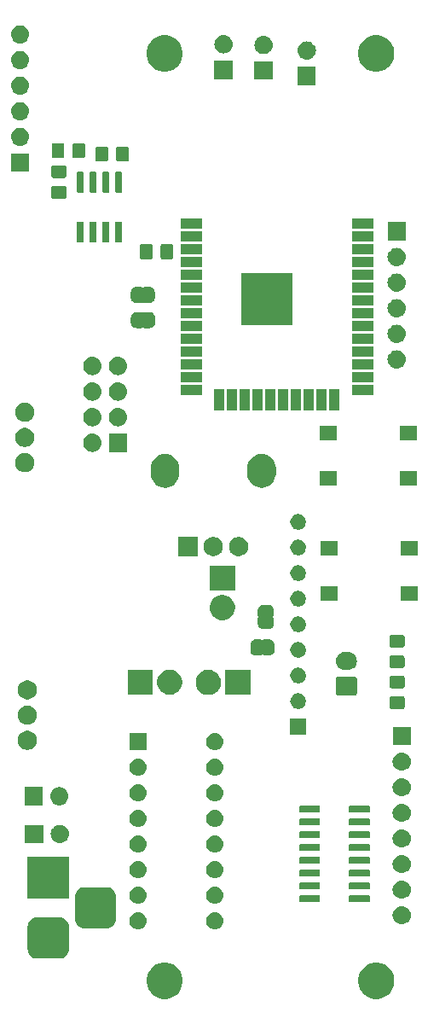
<source format=gbr>
G04 #@! TF.GenerationSoftware,KiCad,Pcbnew,(5.1.2-1)-1*
G04 #@! TF.CreationDate,2023-08-23T14:56:14-04:00*
G04 #@! TF.ProjectId,ESP32_AudioBoard_Rev2,45535033-325f-4417-9564-696f426f6172,rev?*
G04 #@! TF.SameCoordinates,Original*
G04 #@! TF.FileFunction,Soldermask,Top*
G04 #@! TF.FilePolarity,Negative*
%FSLAX46Y46*%
G04 Gerber Fmt 4.6, Leading zero omitted, Abs format (unit mm)*
G04 Created by KiCad (PCBNEW (5.1.2-1)-1) date 2023-08-23 14:56:14*
%MOMM*%
%LPD*%
G04 APERTURE LIST*
%ADD10C,0.150000*%
G04 APERTURE END LIST*
D10*
G36*
X48525331Y-113268211D02*
G01*
X48853092Y-113403974D01*
X49148070Y-113601072D01*
X49398928Y-113851930D01*
X49596026Y-114146908D01*
X49731789Y-114474669D01*
X49801000Y-114822616D01*
X49801000Y-115177384D01*
X49731789Y-115525331D01*
X49596026Y-115853092D01*
X49398928Y-116148070D01*
X49148070Y-116398928D01*
X48853092Y-116596026D01*
X48525331Y-116731789D01*
X48177384Y-116801000D01*
X47822616Y-116801000D01*
X47474669Y-116731789D01*
X47146908Y-116596026D01*
X46851930Y-116398928D01*
X46601072Y-116148070D01*
X46403974Y-115853092D01*
X46268211Y-115525331D01*
X46199000Y-115177384D01*
X46199000Y-114822616D01*
X46268211Y-114474669D01*
X46403974Y-114146908D01*
X46601072Y-113851930D01*
X46851930Y-113601072D01*
X47146908Y-113403974D01*
X47474669Y-113268211D01*
X47822616Y-113199000D01*
X48177384Y-113199000D01*
X48525331Y-113268211D01*
X48525331Y-113268211D01*
G37*
G36*
X27525331Y-113268211D02*
G01*
X27853092Y-113403974D01*
X28148070Y-113601072D01*
X28398928Y-113851930D01*
X28596026Y-114146908D01*
X28731789Y-114474669D01*
X28801000Y-114822616D01*
X28801000Y-115177384D01*
X28731789Y-115525331D01*
X28596026Y-115853092D01*
X28398928Y-116148070D01*
X28148070Y-116398928D01*
X27853092Y-116596026D01*
X27525331Y-116731789D01*
X27177384Y-116801000D01*
X26822616Y-116801000D01*
X26474669Y-116731789D01*
X26146908Y-116596026D01*
X25851930Y-116398928D01*
X25601072Y-116148070D01*
X25403974Y-115853092D01*
X25268211Y-115525331D01*
X25199000Y-115177384D01*
X25199000Y-114822616D01*
X25268211Y-114474669D01*
X25403974Y-114146908D01*
X25601072Y-113851930D01*
X25851930Y-113601072D01*
X26146908Y-113403974D01*
X26474669Y-113268211D01*
X26822616Y-113199000D01*
X27177384Y-113199000D01*
X27525331Y-113268211D01*
X27525331Y-113268211D01*
G37*
G36*
X16715752Y-108728097D02*
G01*
X16896295Y-108782864D01*
X17062677Y-108871797D01*
X17208516Y-108991484D01*
X17328203Y-109137323D01*
X17417136Y-109303705D01*
X17471903Y-109484248D01*
X17491000Y-109678140D01*
X17491000Y-111841860D01*
X17471903Y-112035752D01*
X17417136Y-112216295D01*
X17328203Y-112382677D01*
X17208516Y-112528516D01*
X17062677Y-112648203D01*
X16896295Y-112737136D01*
X16715752Y-112791903D01*
X16521860Y-112811000D01*
X14358140Y-112811000D01*
X14164248Y-112791903D01*
X13983705Y-112737136D01*
X13817323Y-112648203D01*
X13671484Y-112528516D01*
X13551797Y-112382677D01*
X13462864Y-112216295D01*
X13408097Y-112035752D01*
X13389000Y-111841860D01*
X13389000Y-109678140D01*
X13408097Y-109484248D01*
X13462864Y-109303705D01*
X13551797Y-109137323D01*
X13671484Y-108991484D01*
X13817323Y-108871797D01*
X13983705Y-108782864D01*
X14164248Y-108728097D01*
X14358140Y-108709000D01*
X16521860Y-108709000D01*
X16715752Y-108728097D01*
X16715752Y-108728097D01*
G37*
G36*
X32136823Y-108221313D02*
G01*
X32297242Y-108269976D01*
X32397144Y-108323375D01*
X32445078Y-108348996D01*
X32574659Y-108455341D01*
X32681004Y-108584922D01*
X32681005Y-108584924D01*
X32760024Y-108732758D01*
X32808687Y-108893177D01*
X32825117Y-109060000D01*
X32808687Y-109226823D01*
X32760024Y-109387242D01*
X32752670Y-109401000D01*
X32681004Y-109535078D01*
X32574659Y-109664659D01*
X32445078Y-109771004D01*
X32445076Y-109771005D01*
X32297242Y-109850024D01*
X32136823Y-109898687D01*
X32011804Y-109911000D01*
X31928196Y-109911000D01*
X31803177Y-109898687D01*
X31642758Y-109850024D01*
X31494924Y-109771005D01*
X31494922Y-109771004D01*
X31365341Y-109664659D01*
X31258996Y-109535078D01*
X31187330Y-109401000D01*
X31179976Y-109387242D01*
X31131313Y-109226823D01*
X31114883Y-109060000D01*
X31131313Y-108893177D01*
X31179976Y-108732758D01*
X31258995Y-108584924D01*
X31258996Y-108584922D01*
X31365341Y-108455341D01*
X31494922Y-108348996D01*
X31542856Y-108323375D01*
X31642758Y-108269976D01*
X31803177Y-108221313D01*
X31928196Y-108209000D01*
X32011804Y-108209000D01*
X32136823Y-108221313D01*
X32136823Y-108221313D01*
G37*
G36*
X24516823Y-108221313D02*
G01*
X24677242Y-108269976D01*
X24777144Y-108323375D01*
X24825078Y-108348996D01*
X24954659Y-108455341D01*
X25061004Y-108584922D01*
X25061005Y-108584924D01*
X25140024Y-108732758D01*
X25188687Y-108893177D01*
X25205117Y-109060000D01*
X25188687Y-109226823D01*
X25140024Y-109387242D01*
X25132670Y-109401000D01*
X25061004Y-109535078D01*
X24954659Y-109664659D01*
X24825078Y-109771004D01*
X24825076Y-109771005D01*
X24677242Y-109850024D01*
X24516823Y-109898687D01*
X24391804Y-109911000D01*
X24308196Y-109911000D01*
X24183177Y-109898687D01*
X24022758Y-109850024D01*
X23874924Y-109771005D01*
X23874922Y-109771004D01*
X23745341Y-109664659D01*
X23638996Y-109535078D01*
X23567330Y-109401000D01*
X23559976Y-109387242D01*
X23511313Y-109226823D01*
X23494883Y-109060000D01*
X23511313Y-108893177D01*
X23559976Y-108732758D01*
X23638995Y-108584924D01*
X23638996Y-108584922D01*
X23745341Y-108455341D01*
X23874922Y-108348996D01*
X23922856Y-108323375D01*
X24022758Y-108269976D01*
X24183177Y-108221313D01*
X24308196Y-108209000D01*
X24391804Y-108209000D01*
X24516823Y-108221313D01*
X24516823Y-108221313D01*
G37*
G36*
X21415752Y-105728097D02*
G01*
X21596295Y-105782864D01*
X21762677Y-105871797D01*
X21908516Y-105991484D01*
X22028203Y-106137323D01*
X22117136Y-106303705D01*
X22171903Y-106484248D01*
X22191000Y-106678140D01*
X22191000Y-108841860D01*
X22171903Y-109035752D01*
X22117136Y-109216295D01*
X22028203Y-109382677D01*
X21908516Y-109528516D01*
X21762677Y-109648203D01*
X21596295Y-109737136D01*
X21415752Y-109791903D01*
X21221860Y-109811000D01*
X19058140Y-109811000D01*
X18864248Y-109791903D01*
X18683705Y-109737136D01*
X18517323Y-109648203D01*
X18371484Y-109528516D01*
X18251797Y-109382677D01*
X18162864Y-109216295D01*
X18108097Y-109035752D01*
X18089000Y-108841860D01*
X18089000Y-106678140D01*
X18108097Y-106484248D01*
X18162864Y-106303705D01*
X18251797Y-106137323D01*
X18371484Y-105991484D01*
X18517323Y-105871797D01*
X18683705Y-105782864D01*
X18864248Y-105728097D01*
X19058140Y-105709000D01*
X21221860Y-105709000D01*
X21415752Y-105728097D01*
X21415752Y-105728097D01*
G37*
G36*
X50660442Y-107605518D02*
G01*
X50726627Y-107612037D01*
X50896466Y-107663557D01*
X51052991Y-107747222D01*
X51088729Y-107776552D01*
X51190186Y-107859814D01*
X51273448Y-107961271D01*
X51302778Y-107997009D01*
X51386443Y-108153534D01*
X51437963Y-108323373D01*
X51455359Y-108500000D01*
X51437963Y-108676627D01*
X51404463Y-108787062D01*
X51386442Y-108846468D01*
X51361476Y-108893175D01*
X51302778Y-109002991D01*
X51273448Y-109038729D01*
X51190186Y-109140186D01*
X51088729Y-109223448D01*
X51052991Y-109252778D01*
X50896466Y-109336443D01*
X50726627Y-109387963D01*
X50660442Y-109394482D01*
X50594260Y-109401000D01*
X50505740Y-109401000D01*
X50439558Y-109394482D01*
X50373373Y-109387963D01*
X50203534Y-109336443D01*
X50047009Y-109252778D01*
X50011271Y-109223448D01*
X49909814Y-109140186D01*
X49826552Y-109038729D01*
X49797222Y-109002991D01*
X49738524Y-108893175D01*
X49713558Y-108846468D01*
X49695537Y-108787062D01*
X49662037Y-108676627D01*
X49644641Y-108500000D01*
X49662037Y-108323373D01*
X49713557Y-108153534D01*
X49797222Y-107997009D01*
X49826552Y-107961271D01*
X49909814Y-107859814D01*
X50011271Y-107776552D01*
X50047009Y-107747222D01*
X50203534Y-107663557D01*
X50373373Y-107612037D01*
X50439558Y-107605518D01*
X50505740Y-107599000D01*
X50594260Y-107599000D01*
X50660442Y-107605518D01*
X50660442Y-107605518D01*
G37*
G36*
X24516823Y-105681313D02*
G01*
X24677242Y-105729976D01*
X24777144Y-105783375D01*
X24825078Y-105808996D01*
X24954659Y-105915341D01*
X25061004Y-106044922D01*
X25061005Y-106044924D01*
X25140024Y-106192758D01*
X25188687Y-106353177D01*
X25205117Y-106520000D01*
X25188687Y-106686823D01*
X25140024Y-106847242D01*
X25132670Y-106861000D01*
X25061004Y-106995078D01*
X24954659Y-107124659D01*
X24825078Y-107231004D01*
X24825076Y-107231005D01*
X24677242Y-107310024D01*
X24516823Y-107358687D01*
X24391804Y-107371000D01*
X24308196Y-107371000D01*
X24183177Y-107358687D01*
X24022758Y-107310024D01*
X23874924Y-107231005D01*
X23874922Y-107231004D01*
X23745341Y-107124659D01*
X23638996Y-106995078D01*
X23567330Y-106861000D01*
X23559976Y-106847242D01*
X23511313Y-106686823D01*
X23494883Y-106520000D01*
X23511313Y-106353177D01*
X23559976Y-106192758D01*
X23638995Y-106044924D01*
X23638996Y-106044922D01*
X23745341Y-105915341D01*
X23874922Y-105808996D01*
X23922856Y-105783375D01*
X24022758Y-105729976D01*
X24183177Y-105681313D01*
X24308196Y-105669000D01*
X24391804Y-105669000D01*
X24516823Y-105681313D01*
X24516823Y-105681313D01*
G37*
G36*
X32136823Y-105681313D02*
G01*
X32297242Y-105729976D01*
X32397144Y-105783375D01*
X32445078Y-105808996D01*
X32574659Y-105915341D01*
X32681004Y-106044922D01*
X32681005Y-106044924D01*
X32760024Y-106192758D01*
X32808687Y-106353177D01*
X32825117Y-106520000D01*
X32808687Y-106686823D01*
X32760024Y-106847242D01*
X32752670Y-106861000D01*
X32681004Y-106995078D01*
X32574659Y-107124659D01*
X32445078Y-107231004D01*
X32445076Y-107231005D01*
X32297242Y-107310024D01*
X32136823Y-107358687D01*
X32011804Y-107371000D01*
X31928196Y-107371000D01*
X31803177Y-107358687D01*
X31642758Y-107310024D01*
X31494924Y-107231005D01*
X31494922Y-107231004D01*
X31365341Y-107124659D01*
X31258996Y-106995078D01*
X31187330Y-106861000D01*
X31179976Y-106847242D01*
X31131313Y-106686823D01*
X31114883Y-106520000D01*
X31131313Y-106353177D01*
X31179976Y-106192758D01*
X31258995Y-106044924D01*
X31258996Y-106044922D01*
X31365341Y-105915341D01*
X31494922Y-105808996D01*
X31542856Y-105783375D01*
X31642758Y-105729976D01*
X31803177Y-105681313D01*
X31928196Y-105669000D01*
X32011804Y-105669000D01*
X32136823Y-105681313D01*
X32136823Y-105681313D01*
G37*
G36*
X47279928Y-106526764D02*
G01*
X47301009Y-106533160D01*
X47320445Y-106543548D01*
X47337476Y-106557524D01*
X47351452Y-106574555D01*
X47361840Y-106593991D01*
X47368236Y-106615072D01*
X47371000Y-106643140D01*
X47371000Y-107106860D01*
X47368236Y-107134928D01*
X47361840Y-107156009D01*
X47351452Y-107175445D01*
X47337476Y-107192476D01*
X47320445Y-107206452D01*
X47301009Y-107216840D01*
X47279928Y-107223236D01*
X47251860Y-107226000D01*
X45438140Y-107226000D01*
X45410072Y-107223236D01*
X45388991Y-107216840D01*
X45369555Y-107206452D01*
X45352524Y-107192476D01*
X45338548Y-107175445D01*
X45328160Y-107156009D01*
X45321764Y-107134928D01*
X45319000Y-107106860D01*
X45319000Y-106643140D01*
X45321764Y-106615072D01*
X45328160Y-106593991D01*
X45338548Y-106574555D01*
X45352524Y-106557524D01*
X45369555Y-106543548D01*
X45388991Y-106533160D01*
X45410072Y-106526764D01*
X45438140Y-106524000D01*
X47251860Y-106524000D01*
X47279928Y-106526764D01*
X47279928Y-106526764D01*
G37*
G36*
X42329928Y-106526764D02*
G01*
X42351009Y-106533160D01*
X42370445Y-106543548D01*
X42387476Y-106557524D01*
X42401452Y-106574555D01*
X42411840Y-106593991D01*
X42418236Y-106615072D01*
X42421000Y-106643140D01*
X42421000Y-107106860D01*
X42418236Y-107134928D01*
X42411840Y-107156009D01*
X42401452Y-107175445D01*
X42387476Y-107192476D01*
X42370445Y-107206452D01*
X42351009Y-107216840D01*
X42329928Y-107223236D01*
X42301860Y-107226000D01*
X40488140Y-107226000D01*
X40460072Y-107223236D01*
X40438991Y-107216840D01*
X40419555Y-107206452D01*
X40402524Y-107192476D01*
X40388548Y-107175445D01*
X40378160Y-107156009D01*
X40371764Y-107134928D01*
X40369000Y-107106860D01*
X40369000Y-106643140D01*
X40371764Y-106615072D01*
X40378160Y-106593991D01*
X40388548Y-106574555D01*
X40402524Y-106557524D01*
X40419555Y-106543548D01*
X40438991Y-106533160D01*
X40460072Y-106526764D01*
X40488140Y-106524000D01*
X42301860Y-106524000D01*
X42329928Y-106526764D01*
X42329928Y-106526764D01*
G37*
G36*
X50660443Y-105065519D02*
G01*
X50726627Y-105072037D01*
X50896466Y-105123557D01*
X51052991Y-105207222D01*
X51088729Y-105236552D01*
X51190186Y-105319814D01*
X51273448Y-105421271D01*
X51302778Y-105457009D01*
X51386443Y-105613534D01*
X51437963Y-105783373D01*
X51455359Y-105960000D01*
X51437963Y-106136627D01*
X51386443Y-106306466D01*
X51302778Y-106462991D01*
X51273448Y-106498729D01*
X51190186Y-106600186D01*
X51110889Y-106665262D01*
X51052991Y-106712778D01*
X50896466Y-106796443D01*
X50726627Y-106847963D01*
X50660442Y-106854482D01*
X50594260Y-106861000D01*
X50505740Y-106861000D01*
X50439558Y-106854482D01*
X50373373Y-106847963D01*
X50203534Y-106796443D01*
X50047009Y-106712778D01*
X49989111Y-106665262D01*
X49909814Y-106600186D01*
X49826552Y-106498729D01*
X49797222Y-106462991D01*
X49713557Y-106306466D01*
X49662037Y-106136627D01*
X49644641Y-105960000D01*
X49662037Y-105783373D01*
X49713557Y-105613534D01*
X49797222Y-105457009D01*
X49826552Y-105421271D01*
X49909814Y-105319814D01*
X50011271Y-105236552D01*
X50047009Y-105207222D01*
X50203534Y-105123557D01*
X50373373Y-105072037D01*
X50439557Y-105065519D01*
X50505740Y-105059000D01*
X50594260Y-105059000D01*
X50660443Y-105065519D01*
X50660443Y-105065519D01*
G37*
G36*
X17491000Y-106811000D02*
G01*
X13389000Y-106811000D01*
X13389000Y-102709000D01*
X17491000Y-102709000D01*
X17491000Y-106811000D01*
X17491000Y-106811000D01*
G37*
G36*
X42329928Y-105256764D02*
G01*
X42351009Y-105263160D01*
X42370445Y-105273548D01*
X42387476Y-105287524D01*
X42401452Y-105304555D01*
X42411840Y-105323991D01*
X42418236Y-105345072D01*
X42421000Y-105373140D01*
X42421000Y-105836860D01*
X42418236Y-105864928D01*
X42411840Y-105886009D01*
X42401452Y-105905445D01*
X42387476Y-105922476D01*
X42370445Y-105936452D01*
X42351009Y-105946840D01*
X42329928Y-105953236D01*
X42301860Y-105956000D01*
X40488140Y-105956000D01*
X40460072Y-105953236D01*
X40438991Y-105946840D01*
X40419555Y-105936452D01*
X40402524Y-105922476D01*
X40388548Y-105905445D01*
X40378160Y-105886009D01*
X40371764Y-105864928D01*
X40369000Y-105836860D01*
X40369000Y-105373140D01*
X40371764Y-105345072D01*
X40378160Y-105323991D01*
X40388548Y-105304555D01*
X40402524Y-105287524D01*
X40419555Y-105273548D01*
X40438991Y-105263160D01*
X40460072Y-105256764D01*
X40488140Y-105254000D01*
X42301860Y-105254000D01*
X42329928Y-105256764D01*
X42329928Y-105256764D01*
G37*
G36*
X47279928Y-105256764D02*
G01*
X47301009Y-105263160D01*
X47320445Y-105273548D01*
X47337476Y-105287524D01*
X47351452Y-105304555D01*
X47361840Y-105323991D01*
X47368236Y-105345072D01*
X47371000Y-105373140D01*
X47371000Y-105836860D01*
X47368236Y-105864928D01*
X47361840Y-105886009D01*
X47351452Y-105905445D01*
X47337476Y-105922476D01*
X47320445Y-105936452D01*
X47301009Y-105946840D01*
X47279928Y-105953236D01*
X47251860Y-105956000D01*
X45438140Y-105956000D01*
X45410072Y-105953236D01*
X45388991Y-105946840D01*
X45369555Y-105936452D01*
X45352524Y-105922476D01*
X45338548Y-105905445D01*
X45328160Y-105886009D01*
X45321764Y-105864928D01*
X45319000Y-105836860D01*
X45319000Y-105373140D01*
X45321764Y-105345072D01*
X45328160Y-105323991D01*
X45338548Y-105304555D01*
X45352524Y-105287524D01*
X45369555Y-105273548D01*
X45388991Y-105263160D01*
X45410072Y-105256764D01*
X45438140Y-105254000D01*
X47251860Y-105254000D01*
X47279928Y-105256764D01*
X47279928Y-105256764D01*
G37*
G36*
X32136823Y-103141313D02*
G01*
X32297242Y-103189976D01*
X32397144Y-103243375D01*
X32445078Y-103268996D01*
X32574659Y-103375341D01*
X32681004Y-103504922D01*
X32681005Y-103504924D01*
X32760024Y-103652758D01*
X32808687Y-103813177D01*
X32825117Y-103980000D01*
X32808687Y-104146823D01*
X32760024Y-104307242D01*
X32752670Y-104321000D01*
X32681004Y-104455078D01*
X32574659Y-104584659D01*
X32445078Y-104691004D01*
X32445076Y-104691005D01*
X32297242Y-104770024D01*
X32136823Y-104818687D01*
X32011804Y-104831000D01*
X31928196Y-104831000D01*
X31803177Y-104818687D01*
X31642758Y-104770024D01*
X31494924Y-104691005D01*
X31494922Y-104691004D01*
X31365341Y-104584659D01*
X31258996Y-104455078D01*
X31187330Y-104321000D01*
X31179976Y-104307242D01*
X31131313Y-104146823D01*
X31114883Y-103980000D01*
X31131313Y-103813177D01*
X31179976Y-103652758D01*
X31258995Y-103504924D01*
X31258996Y-103504922D01*
X31365341Y-103375341D01*
X31494922Y-103268996D01*
X31542856Y-103243375D01*
X31642758Y-103189976D01*
X31803177Y-103141313D01*
X31928196Y-103129000D01*
X32011804Y-103129000D01*
X32136823Y-103141313D01*
X32136823Y-103141313D01*
G37*
G36*
X24516823Y-103141313D02*
G01*
X24677242Y-103189976D01*
X24777144Y-103243375D01*
X24825078Y-103268996D01*
X24954659Y-103375341D01*
X25061004Y-103504922D01*
X25061005Y-103504924D01*
X25140024Y-103652758D01*
X25188687Y-103813177D01*
X25205117Y-103980000D01*
X25188687Y-104146823D01*
X25140024Y-104307242D01*
X25132670Y-104321000D01*
X25061004Y-104455078D01*
X24954659Y-104584659D01*
X24825078Y-104691004D01*
X24825076Y-104691005D01*
X24677242Y-104770024D01*
X24516823Y-104818687D01*
X24391804Y-104831000D01*
X24308196Y-104831000D01*
X24183177Y-104818687D01*
X24022758Y-104770024D01*
X23874924Y-104691005D01*
X23874922Y-104691004D01*
X23745341Y-104584659D01*
X23638996Y-104455078D01*
X23567330Y-104321000D01*
X23559976Y-104307242D01*
X23511313Y-104146823D01*
X23494883Y-103980000D01*
X23511313Y-103813177D01*
X23559976Y-103652758D01*
X23638995Y-103504924D01*
X23638996Y-103504922D01*
X23745341Y-103375341D01*
X23874922Y-103268996D01*
X23922856Y-103243375D01*
X24022758Y-103189976D01*
X24183177Y-103141313D01*
X24308196Y-103129000D01*
X24391804Y-103129000D01*
X24516823Y-103141313D01*
X24516823Y-103141313D01*
G37*
G36*
X47279928Y-103986764D02*
G01*
X47301009Y-103993160D01*
X47320445Y-104003548D01*
X47337476Y-104017524D01*
X47351452Y-104034555D01*
X47361840Y-104053991D01*
X47368236Y-104075072D01*
X47371000Y-104103140D01*
X47371000Y-104566860D01*
X47368236Y-104594928D01*
X47361840Y-104616009D01*
X47351452Y-104635445D01*
X47337476Y-104652476D01*
X47320445Y-104666452D01*
X47301009Y-104676840D01*
X47279928Y-104683236D01*
X47251860Y-104686000D01*
X45438140Y-104686000D01*
X45410072Y-104683236D01*
X45388991Y-104676840D01*
X45369555Y-104666452D01*
X45352524Y-104652476D01*
X45338548Y-104635445D01*
X45328160Y-104616009D01*
X45321764Y-104594928D01*
X45319000Y-104566860D01*
X45319000Y-104103140D01*
X45321764Y-104075072D01*
X45328160Y-104053991D01*
X45338548Y-104034555D01*
X45352524Y-104017524D01*
X45369555Y-104003548D01*
X45388991Y-103993160D01*
X45410072Y-103986764D01*
X45438140Y-103984000D01*
X47251860Y-103984000D01*
X47279928Y-103986764D01*
X47279928Y-103986764D01*
G37*
G36*
X42329928Y-103986764D02*
G01*
X42351009Y-103993160D01*
X42370445Y-104003548D01*
X42387476Y-104017524D01*
X42401452Y-104034555D01*
X42411840Y-104053991D01*
X42418236Y-104075072D01*
X42421000Y-104103140D01*
X42421000Y-104566860D01*
X42418236Y-104594928D01*
X42411840Y-104616009D01*
X42401452Y-104635445D01*
X42387476Y-104652476D01*
X42370445Y-104666452D01*
X42351009Y-104676840D01*
X42329928Y-104683236D01*
X42301860Y-104686000D01*
X40488140Y-104686000D01*
X40460072Y-104683236D01*
X40438991Y-104676840D01*
X40419555Y-104666452D01*
X40402524Y-104652476D01*
X40388548Y-104635445D01*
X40378160Y-104616009D01*
X40371764Y-104594928D01*
X40369000Y-104566860D01*
X40369000Y-104103140D01*
X40371764Y-104075072D01*
X40378160Y-104053991D01*
X40388548Y-104034555D01*
X40402524Y-104017524D01*
X40419555Y-104003548D01*
X40438991Y-103993160D01*
X40460072Y-103986764D01*
X40488140Y-103984000D01*
X42301860Y-103984000D01*
X42329928Y-103986764D01*
X42329928Y-103986764D01*
G37*
G36*
X50660442Y-102525518D02*
G01*
X50726627Y-102532037D01*
X50896466Y-102583557D01*
X51052991Y-102667222D01*
X51088729Y-102696552D01*
X51190186Y-102779814D01*
X51273448Y-102881271D01*
X51302778Y-102917009D01*
X51386443Y-103073534D01*
X51437963Y-103243373D01*
X51455359Y-103420000D01*
X51437963Y-103596627D01*
X51386443Y-103766466D01*
X51302778Y-103922991D01*
X51273448Y-103958729D01*
X51190186Y-104060186D01*
X51110889Y-104125262D01*
X51052991Y-104172778D01*
X50896466Y-104256443D01*
X50726627Y-104307963D01*
X50660443Y-104314481D01*
X50594260Y-104321000D01*
X50505740Y-104321000D01*
X50439558Y-104314482D01*
X50373373Y-104307963D01*
X50203534Y-104256443D01*
X50047009Y-104172778D01*
X49989111Y-104125262D01*
X49909814Y-104060186D01*
X49826552Y-103958729D01*
X49797222Y-103922991D01*
X49713557Y-103766466D01*
X49662037Y-103596627D01*
X49644641Y-103420000D01*
X49662037Y-103243373D01*
X49713557Y-103073534D01*
X49797222Y-102917009D01*
X49826552Y-102881271D01*
X49909814Y-102779814D01*
X50011271Y-102696552D01*
X50047009Y-102667222D01*
X50203534Y-102583557D01*
X50373373Y-102532037D01*
X50439558Y-102525518D01*
X50505740Y-102519000D01*
X50594260Y-102519000D01*
X50660442Y-102525518D01*
X50660442Y-102525518D01*
G37*
G36*
X47279928Y-102716764D02*
G01*
X47301009Y-102723160D01*
X47320445Y-102733548D01*
X47337476Y-102747524D01*
X47351452Y-102764555D01*
X47361840Y-102783991D01*
X47368236Y-102805072D01*
X47371000Y-102833140D01*
X47371000Y-103296860D01*
X47368236Y-103324928D01*
X47361840Y-103346009D01*
X47351452Y-103365445D01*
X47337476Y-103382476D01*
X47320445Y-103396452D01*
X47301009Y-103406840D01*
X47279928Y-103413236D01*
X47251860Y-103416000D01*
X45438140Y-103416000D01*
X45410072Y-103413236D01*
X45388991Y-103406840D01*
X45369555Y-103396452D01*
X45352524Y-103382476D01*
X45338548Y-103365445D01*
X45328160Y-103346009D01*
X45321764Y-103324928D01*
X45319000Y-103296860D01*
X45319000Y-102833140D01*
X45321764Y-102805072D01*
X45328160Y-102783991D01*
X45338548Y-102764555D01*
X45352524Y-102747524D01*
X45369555Y-102733548D01*
X45388991Y-102723160D01*
X45410072Y-102716764D01*
X45438140Y-102714000D01*
X47251860Y-102714000D01*
X47279928Y-102716764D01*
X47279928Y-102716764D01*
G37*
G36*
X42329928Y-102716764D02*
G01*
X42351009Y-102723160D01*
X42370445Y-102733548D01*
X42387476Y-102747524D01*
X42401452Y-102764555D01*
X42411840Y-102783991D01*
X42418236Y-102805072D01*
X42421000Y-102833140D01*
X42421000Y-103296860D01*
X42418236Y-103324928D01*
X42411840Y-103346009D01*
X42401452Y-103365445D01*
X42387476Y-103382476D01*
X42370445Y-103396452D01*
X42351009Y-103406840D01*
X42329928Y-103413236D01*
X42301860Y-103416000D01*
X40488140Y-103416000D01*
X40460072Y-103413236D01*
X40438991Y-103406840D01*
X40419555Y-103396452D01*
X40402524Y-103382476D01*
X40388548Y-103365445D01*
X40378160Y-103346009D01*
X40371764Y-103324928D01*
X40369000Y-103296860D01*
X40369000Y-102833140D01*
X40371764Y-102805072D01*
X40378160Y-102783991D01*
X40388548Y-102764555D01*
X40402524Y-102747524D01*
X40419555Y-102733548D01*
X40438991Y-102723160D01*
X40460072Y-102716764D01*
X40488140Y-102714000D01*
X42301860Y-102714000D01*
X42329928Y-102716764D01*
X42329928Y-102716764D01*
G37*
G36*
X32136823Y-100601313D02*
G01*
X32297242Y-100649976D01*
X32397144Y-100703375D01*
X32445078Y-100728996D01*
X32574659Y-100835341D01*
X32681004Y-100964922D01*
X32681005Y-100964924D01*
X32760024Y-101112758D01*
X32808687Y-101273177D01*
X32825117Y-101440000D01*
X32808687Y-101606823D01*
X32760024Y-101767242D01*
X32752670Y-101781000D01*
X32681004Y-101915078D01*
X32574659Y-102044659D01*
X32445078Y-102151004D01*
X32445076Y-102151005D01*
X32297242Y-102230024D01*
X32136823Y-102278687D01*
X32011804Y-102291000D01*
X31928196Y-102291000D01*
X31803177Y-102278687D01*
X31642758Y-102230024D01*
X31494924Y-102151005D01*
X31494922Y-102151004D01*
X31365341Y-102044659D01*
X31258996Y-101915078D01*
X31187330Y-101781000D01*
X31179976Y-101767242D01*
X31131313Y-101606823D01*
X31114883Y-101440000D01*
X31131313Y-101273177D01*
X31179976Y-101112758D01*
X31258995Y-100964924D01*
X31258996Y-100964922D01*
X31365341Y-100835341D01*
X31494922Y-100728996D01*
X31542856Y-100703375D01*
X31642758Y-100649976D01*
X31803177Y-100601313D01*
X31928196Y-100589000D01*
X32011804Y-100589000D01*
X32136823Y-100601313D01*
X32136823Y-100601313D01*
G37*
G36*
X24516823Y-100601313D02*
G01*
X24677242Y-100649976D01*
X24777144Y-100703375D01*
X24825078Y-100728996D01*
X24954659Y-100835341D01*
X25061004Y-100964922D01*
X25061005Y-100964924D01*
X25140024Y-101112758D01*
X25188687Y-101273177D01*
X25205117Y-101440000D01*
X25188687Y-101606823D01*
X25140024Y-101767242D01*
X25132670Y-101781000D01*
X25061004Y-101915078D01*
X24954659Y-102044659D01*
X24825078Y-102151004D01*
X24825076Y-102151005D01*
X24677242Y-102230024D01*
X24516823Y-102278687D01*
X24391804Y-102291000D01*
X24308196Y-102291000D01*
X24183177Y-102278687D01*
X24022758Y-102230024D01*
X23874924Y-102151005D01*
X23874922Y-102151004D01*
X23745341Y-102044659D01*
X23638996Y-101915078D01*
X23567330Y-101781000D01*
X23559976Y-101767242D01*
X23511313Y-101606823D01*
X23494883Y-101440000D01*
X23511313Y-101273177D01*
X23559976Y-101112758D01*
X23638995Y-100964924D01*
X23638996Y-100964922D01*
X23745341Y-100835341D01*
X23874922Y-100728996D01*
X23922856Y-100703375D01*
X24022758Y-100649976D01*
X24183177Y-100601313D01*
X24308196Y-100589000D01*
X24391804Y-100589000D01*
X24516823Y-100601313D01*
X24516823Y-100601313D01*
G37*
G36*
X42329928Y-101446764D02*
G01*
X42351009Y-101453160D01*
X42370445Y-101463548D01*
X42387476Y-101477524D01*
X42401452Y-101494555D01*
X42411840Y-101513991D01*
X42418236Y-101535072D01*
X42421000Y-101563140D01*
X42421000Y-102026860D01*
X42418236Y-102054928D01*
X42411840Y-102076009D01*
X42401452Y-102095445D01*
X42387476Y-102112476D01*
X42370445Y-102126452D01*
X42351009Y-102136840D01*
X42329928Y-102143236D01*
X42301860Y-102146000D01*
X40488140Y-102146000D01*
X40460072Y-102143236D01*
X40438991Y-102136840D01*
X40419555Y-102126452D01*
X40402524Y-102112476D01*
X40388548Y-102095445D01*
X40378160Y-102076009D01*
X40371764Y-102054928D01*
X40369000Y-102026860D01*
X40369000Y-101563140D01*
X40371764Y-101535072D01*
X40378160Y-101513991D01*
X40388548Y-101494555D01*
X40402524Y-101477524D01*
X40419555Y-101463548D01*
X40438991Y-101453160D01*
X40460072Y-101446764D01*
X40488140Y-101444000D01*
X42301860Y-101444000D01*
X42329928Y-101446764D01*
X42329928Y-101446764D01*
G37*
G36*
X47279928Y-101446764D02*
G01*
X47301009Y-101453160D01*
X47320445Y-101463548D01*
X47337476Y-101477524D01*
X47351452Y-101494555D01*
X47361840Y-101513991D01*
X47368236Y-101535072D01*
X47371000Y-101563140D01*
X47371000Y-102026860D01*
X47368236Y-102054928D01*
X47361840Y-102076009D01*
X47351452Y-102095445D01*
X47337476Y-102112476D01*
X47320445Y-102126452D01*
X47301009Y-102136840D01*
X47279928Y-102143236D01*
X47251860Y-102146000D01*
X45438140Y-102146000D01*
X45410072Y-102143236D01*
X45388991Y-102136840D01*
X45369555Y-102126452D01*
X45352524Y-102112476D01*
X45338548Y-102095445D01*
X45328160Y-102076009D01*
X45321764Y-102054928D01*
X45319000Y-102026860D01*
X45319000Y-101563140D01*
X45321764Y-101535072D01*
X45328160Y-101513991D01*
X45338548Y-101494555D01*
X45352524Y-101477524D01*
X45369555Y-101463548D01*
X45388991Y-101453160D01*
X45410072Y-101446764D01*
X45438140Y-101444000D01*
X47251860Y-101444000D01*
X47279928Y-101446764D01*
X47279928Y-101446764D01*
G37*
G36*
X50660443Y-99985519D02*
G01*
X50726627Y-99992037D01*
X50896466Y-100043557D01*
X51052991Y-100127222D01*
X51088729Y-100156552D01*
X51190186Y-100239814D01*
X51273448Y-100341271D01*
X51302778Y-100377009D01*
X51386443Y-100533534D01*
X51437963Y-100703373D01*
X51455359Y-100880000D01*
X51437963Y-101056627D01*
X51386443Y-101226466D01*
X51302778Y-101382991D01*
X51273448Y-101418729D01*
X51190186Y-101520186D01*
X51110889Y-101585262D01*
X51052991Y-101632778D01*
X50896466Y-101716443D01*
X50726627Y-101767963D01*
X50660442Y-101774482D01*
X50594260Y-101781000D01*
X50505740Y-101781000D01*
X50439558Y-101774482D01*
X50373373Y-101767963D01*
X50203534Y-101716443D01*
X50047009Y-101632778D01*
X49989111Y-101585262D01*
X49909814Y-101520186D01*
X49826552Y-101418729D01*
X49797222Y-101382991D01*
X49713557Y-101226466D01*
X49662037Y-101056627D01*
X49644641Y-100880000D01*
X49662037Y-100703373D01*
X49713557Y-100533534D01*
X49797222Y-100377009D01*
X49826552Y-100341271D01*
X49909814Y-100239814D01*
X50011271Y-100156552D01*
X50047009Y-100127222D01*
X50203534Y-100043557D01*
X50373373Y-99992037D01*
X50439557Y-99985519D01*
X50505740Y-99979000D01*
X50594260Y-99979000D01*
X50660443Y-99985519D01*
X50660443Y-99985519D01*
G37*
G36*
X16700443Y-99545519D02*
G01*
X16766627Y-99552037D01*
X16936466Y-99603557D01*
X16936468Y-99603558D01*
X16950398Y-99611004D01*
X17092991Y-99687222D01*
X17096405Y-99690024D01*
X17230186Y-99799814D01*
X17313448Y-99901271D01*
X17342778Y-99937009D01*
X17426443Y-100093534D01*
X17477963Y-100263373D01*
X17495359Y-100440000D01*
X17477963Y-100616627D01*
X17426443Y-100786466D01*
X17342778Y-100942991D01*
X17324778Y-100964924D01*
X17230186Y-101080186D01*
X17128729Y-101163448D01*
X17092991Y-101192778D01*
X16936466Y-101276443D01*
X16766627Y-101327963D01*
X16700443Y-101334481D01*
X16634260Y-101341000D01*
X16545740Y-101341000D01*
X16479557Y-101334481D01*
X16413373Y-101327963D01*
X16243534Y-101276443D01*
X16087009Y-101192778D01*
X16051271Y-101163448D01*
X15949814Y-101080186D01*
X15855222Y-100964924D01*
X15837222Y-100942991D01*
X15753557Y-100786466D01*
X15702037Y-100616627D01*
X15684641Y-100440000D01*
X15702037Y-100263373D01*
X15753557Y-100093534D01*
X15837222Y-99937009D01*
X15866552Y-99901271D01*
X15949814Y-99799814D01*
X16083595Y-99690024D01*
X16087009Y-99687222D01*
X16229602Y-99611004D01*
X16243532Y-99603558D01*
X16243534Y-99603557D01*
X16413373Y-99552037D01*
X16479557Y-99545519D01*
X16545740Y-99539000D01*
X16634260Y-99539000D01*
X16700443Y-99545519D01*
X16700443Y-99545519D01*
G37*
G36*
X14951000Y-101341000D02*
G01*
X13149000Y-101341000D01*
X13149000Y-99539000D01*
X14951000Y-99539000D01*
X14951000Y-101341000D01*
X14951000Y-101341000D01*
G37*
G36*
X42329928Y-100176764D02*
G01*
X42351009Y-100183160D01*
X42370445Y-100193548D01*
X42387476Y-100207524D01*
X42401452Y-100224555D01*
X42411840Y-100243991D01*
X42418236Y-100265072D01*
X42421000Y-100293140D01*
X42421000Y-100756860D01*
X42418236Y-100784928D01*
X42411840Y-100806009D01*
X42401452Y-100825445D01*
X42387476Y-100842476D01*
X42370445Y-100856452D01*
X42351009Y-100866840D01*
X42329928Y-100873236D01*
X42301860Y-100876000D01*
X40488140Y-100876000D01*
X40460072Y-100873236D01*
X40438991Y-100866840D01*
X40419555Y-100856452D01*
X40402524Y-100842476D01*
X40388548Y-100825445D01*
X40378160Y-100806009D01*
X40371764Y-100784928D01*
X40369000Y-100756860D01*
X40369000Y-100293140D01*
X40371764Y-100265072D01*
X40378160Y-100243991D01*
X40388548Y-100224555D01*
X40402524Y-100207524D01*
X40419555Y-100193548D01*
X40438991Y-100183160D01*
X40460072Y-100176764D01*
X40488140Y-100174000D01*
X42301860Y-100174000D01*
X42329928Y-100176764D01*
X42329928Y-100176764D01*
G37*
G36*
X47279928Y-100176764D02*
G01*
X47301009Y-100183160D01*
X47320445Y-100193548D01*
X47337476Y-100207524D01*
X47351452Y-100224555D01*
X47361840Y-100243991D01*
X47368236Y-100265072D01*
X47371000Y-100293140D01*
X47371000Y-100756860D01*
X47368236Y-100784928D01*
X47361840Y-100806009D01*
X47351452Y-100825445D01*
X47337476Y-100842476D01*
X47320445Y-100856452D01*
X47301009Y-100866840D01*
X47279928Y-100873236D01*
X47251860Y-100876000D01*
X45438140Y-100876000D01*
X45410072Y-100873236D01*
X45388991Y-100866840D01*
X45369555Y-100856452D01*
X45352524Y-100842476D01*
X45338548Y-100825445D01*
X45328160Y-100806009D01*
X45321764Y-100784928D01*
X45319000Y-100756860D01*
X45319000Y-100293140D01*
X45321764Y-100265072D01*
X45328160Y-100243991D01*
X45338548Y-100224555D01*
X45352524Y-100207524D01*
X45369555Y-100193548D01*
X45388991Y-100183160D01*
X45410072Y-100176764D01*
X45438140Y-100174000D01*
X47251860Y-100174000D01*
X47279928Y-100176764D01*
X47279928Y-100176764D01*
G37*
G36*
X24516823Y-98061313D02*
G01*
X24677242Y-98109976D01*
X24777144Y-98163375D01*
X24825078Y-98188996D01*
X24954659Y-98295341D01*
X25061004Y-98424922D01*
X25061005Y-98424924D01*
X25140024Y-98572758D01*
X25188687Y-98733177D01*
X25205117Y-98900000D01*
X25188687Y-99066823D01*
X25140024Y-99227242D01*
X25132670Y-99241000D01*
X25061004Y-99375078D01*
X24954659Y-99504659D01*
X24825078Y-99611004D01*
X24825076Y-99611005D01*
X24677242Y-99690024D01*
X24516823Y-99738687D01*
X24391804Y-99751000D01*
X24308196Y-99751000D01*
X24183177Y-99738687D01*
X24022758Y-99690024D01*
X23874924Y-99611005D01*
X23874922Y-99611004D01*
X23745341Y-99504659D01*
X23638996Y-99375078D01*
X23567330Y-99241000D01*
X23559976Y-99227242D01*
X23511313Y-99066823D01*
X23494883Y-98900000D01*
X23511313Y-98733177D01*
X23559976Y-98572758D01*
X23638995Y-98424924D01*
X23638996Y-98424922D01*
X23745341Y-98295341D01*
X23874922Y-98188996D01*
X23922856Y-98163375D01*
X24022758Y-98109976D01*
X24183177Y-98061313D01*
X24308196Y-98049000D01*
X24391804Y-98049000D01*
X24516823Y-98061313D01*
X24516823Y-98061313D01*
G37*
G36*
X32136823Y-98061313D02*
G01*
X32297242Y-98109976D01*
X32397144Y-98163375D01*
X32445078Y-98188996D01*
X32574659Y-98295341D01*
X32681004Y-98424922D01*
X32681005Y-98424924D01*
X32760024Y-98572758D01*
X32808687Y-98733177D01*
X32825117Y-98900000D01*
X32808687Y-99066823D01*
X32760024Y-99227242D01*
X32752670Y-99241000D01*
X32681004Y-99375078D01*
X32574659Y-99504659D01*
X32445078Y-99611004D01*
X32445076Y-99611005D01*
X32297242Y-99690024D01*
X32136823Y-99738687D01*
X32011804Y-99751000D01*
X31928196Y-99751000D01*
X31803177Y-99738687D01*
X31642758Y-99690024D01*
X31494924Y-99611005D01*
X31494922Y-99611004D01*
X31365341Y-99504659D01*
X31258996Y-99375078D01*
X31187330Y-99241000D01*
X31179976Y-99227242D01*
X31131313Y-99066823D01*
X31114883Y-98900000D01*
X31131313Y-98733177D01*
X31179976Y-98572758D01*
X31258995Y-98424924D01*
X31258996Y-98424922D01*
X31365341Y-98295341D01*
X31494922Y-98188996D01*
X31542856Y-98163375D01*
X31642758Y-98109976D01*
X31803177Y-98061313D01*
X31928196Y-98049000D01*
X32011804Y-98049000D01*
X32136823Y-98061313D01*
X32136823Y-98061313D01*
G37*
G36*
X47279928Y-98906764D02*
G01*
X47301009Y-98913160D01*
X47320445Y-98923548D01*
X47337476Y-98937524D01*
X47351452Y-98954555D01*
X47361840Y-98973991D01*
X47368236Y-98995072D01*
X47371000Y-99023140D01*
X47371000Y-99486860D01*
X47368236Y-99514928D01*
X47361840Y-99536009D01*
X47351452Y-99555445D01*
X47337476Y-99572476D01*
X47320445Y-99586452D01*
X47301009Y-99596840D01*
X47279928Y-99603236D01*
X47251860Y-99606000D01*
X45438140Y-99606000D01*
X45410072Y-99603236D01*
X45388991Y-99596840D01*
X45369555Y-99586452D01*
X45352524Y-99572476D01*
X45338548Y-99555445D01*
X45328160Y-99536009D01*
X45321764Y-99514928D01*
X45319000Y-99486860D01*
X45319000Y-99023140D01*
X45321764Y-98995072D01*
X45328160Y-98973991D01*
X45338548Y-98954555D01*
X45352524Y-98937524D01*
X45369555Y-98923548D01*
X45388991Y-98913160D01*
X45410072Y-98906764D01*
X45438140Y-98904000D01*
X47251860Y-98904000D01*
X47279928Y-98906764D01*
X47279928Y-98906764D01*
G37*
G36*
X42329928Y-98906764D02*
G01*
X42351009Y-98913160D01*
X42370445Y-98923548D01*
X42387476Y-98937524D01*
X42401452Y-98954555D01*
X42411840Y-98973991D01*
X42418236Y-98995072D01*
X42421000Y-99023140D01*
X42421000Y-99486860D01*
X42418236Y-99514928D01*
X42411840Y-99536009D01*
X42401452Y-99555445D01*
X42387476Y-99572476D01*
X42370445Y-99586452D01*
X42351009Y-99596840D01*
X42329928Y-99603236D01*
X42301860Y-99606000D01*
X40488140Y-99606000D01*
X40460072Y-99603236D01*
X40438991Y-99596840D01*
X40419555Y-99586452D01*
X40402524Y-99572476D01*
X40388548Y-99555445D01*
X40378160Y-99536009D01*
X40371764Y-99514928D01*
X40369000Y-99486860D01*
X40369000Y-99023140D01*
X40371764Y-98995072D01*
X40378160Y-98973991D01*
X40388548Y-98954555D01*
X40402524Y-98937524D01*
X40419555Y-98923548D01*
X40438991Y-98913160D01*
X40460072Y-98906764D01*
X40488140Y-98904000D01*
X42301860Y-98904000D01*
X42329928Y-98906764D01*
X42329928Y-98906764D01*
G37*
G36*
X50660442Y-97445518D02*
G01*
X50726627Y-97452037D01*
X50896466Y-97503557D01*
X50896468Y-97503558D01*
X50939282Y-97526443D01*
X51052991Y-97587222D01*
X51057594Y-97591000D01*
X51190186Y-97699814D01*
X51273448Y-97801271D01*
X51302778Y-97837009D01*
X51386443Y-97993534D01*
X51437963Y-98163373D01*
X51455359Y-98340000D01*
X51437963Y-98516627D01*
X51386443Y-98686466D01*
X51302778Y-98842991D01*
X51273448Y-98878729D01*
X51190186Y-98980186D01*
X51110889Y-99045262D01*
X51052991Y-99092778D01*
X50896466Y-99176443D01*
X50726627Y-99227963D01*
X50660443Y-99234481D01*
X50594260Y-99241000D01*
X50505740Y-99241000D01*
X50439557Y-99234481D01*
X50373373Y-99227963D01*
X50203534Y-99176443D01*
X50047009Y-99092778D01*
X49989111Y-99045262D01*
X49909814Y-98980186D01*
X49826552Y-98878729D01*
X49797222Y-98842991D01*
X49713557Y-98686466D01*
X49662037Y-98516627D01*
X49644641Y-98340000D01*
X49662037Y-98163373D01*
X49713557Y-97993534D01*
X49797222Y-97837009D01*
X49826552Y-97801271D01*
X49909814Y-97699814D01*
X50042406Y-97591000D01*
X50047009Y-97587222D01*
X50160718Y-97526443D01*
X50203532Y-97503558D01*
X50203534Y-97503557D01*
X50373373Y-97452037D01*
X50439558Y-97445518D01*
X50505740Y-97439000D01*
X50594260Y-97439000D01*
X50660442Y-97445518D01*
X50660442Y-97445518D01*
G37*
G36*
X42329928Y-97636764D02*
G01*
X42351009Y-97643160D01*
X42370445Y-97653548D01*
X42387476Y-97667524D01*
X42401452Y-97684555D01*
X42411840Y-97703991D01*
X42418236Y-97725072D01*
X42421000Y-97753140D01*
X42421000Y-98216860D01*
X42418236Y-98244928D01*
X42411840Y-98266009D01*
X42401452Y-98285445D01*
X42387476Y-98302476D01*
X42370445Y-98316452D01*
X42351009Y-98326840D01*
X42329928Y-98333236D01*
X42301860Y-98336000D01*
X40488140Y-98336000D01*
X40460072Y-98333236D01*
X40438991Y-98326840D01*
X40419555Y-98316452D01*
X40402524Y-98302476D01*
X40388548Y-98285445D01*
X40378160Y-98266009D01*
X40371764Y-98244928D01*
X40369000Y-98216860D01*
X40369000Y-97753140D01*
X40371764Y-97725072D01*
X40378160Y-97703991D01*
X40388548Y-97684555D01*
X40402524Y-97667524D01*
X40419555Y-97653548D01*
X40438991Y-97643160D01*
X40460072Y-97636764D01*
X40488140Y-97634000D01*
X42301860Y-97634000D01*
X42329928Y-97636764D01*
X42329928Y-97636764D01*
G37*
G36*
X47279928Y-97636764D02*
G01*
X47301009Y-97643160D01*
X47320445Y-97653548D01*
X47337476Y-97667524D01*
X47351452Y-97684555D01*
X47361840Y-97703991D01*
X47368236Y-97725072D01*
X47371000Y-97753140D01*
X47371000Y-98216860D01*
X47368236Y-98244928D01*
X47361840Y-98266009D01*
X47351452Y-98285445D01*
X47337476Y-98302476D01*
X47320445Y-98316452D01*
X47301009Y-98326840D01*
X47279928Y-98333236D01*
X47251860Y-98336000D01*
X45438140Y-98336000D01*
X45410072Y-98333236D01*
X45388991Y-98326840D01*
X45369555Y-98316452D01*
X45352524Y-98302476D01*
X45338548Y-98285445D01*
X45328160Y-98266009D01*
X45321764Y-98244928D01*
X45319000Y-98216860D01*
X45319000Y-97753140D01*
X45321764Y-97725072D01*
X45328160Y-97703991D01*
X45338548Y-97684555D01*
X45352524Y-97667524D01*
X45369555Y-97653548D01*
X45388991Y-97643160D01*
X45410072Y-97636764D01*
X45438140Y-97634000D01*
X47251860Y-97634000D01*
X47279928Y-97636764D01*
X47279928Y-97636764D01*
G37*
G36*
X14901000Y-97591000D02*
G01*
X13099000Y-97591000D01*
X13099000Y-95789000D01*
X14901000Y-95789000D01*
X14901000Y-97591000D01*
X14901000Y-97591000D01*
G37*
G36*
X16650442Y-95795518D02*
G01*
X16716627Y-95802037D01*
X16886466Y-95853557D01*
X17042991Y-95937222D01*
X17078729Y-95966552D01*
X17180186Y-96049814D01*
X17259505Y-96146466D01*
X17292778Y-96187009D01*
X17376443Y-96343534D01*
X17427963Y-96513373D01*
X17445359Y-96690000D01*
X17427963Y-96866627D01*
X17376443Y-97036466D01*
X17292778Y-97192991D01*
X17288104Y-97198686D01*
X17180186Y-97330186D01*
X17078729Y-97413448D01*
X17042991Y-97442778D01*
X17042989Y-97442779D01*
X16929281Y-97503558D01*
X16886466Y-97526443D01*
X16716627Y-97577963D01*
X16650442Y-97584482D01*
X16584260Y-97591000D01*
X16495740Y-97591000D01*
X16429558Y-97584482D01*
X16363373Y-97577963D01*
X16193534Y-97526443D01*
X16150720Y-97503558D01*
X16037011Y-97442779D01*
X16037009Y-97442778D01*
X16001271Y-97413448D01*
X15899814Y-97330186D01*
X15791896Y-97198686D01*
X15787222Y-97192991D01*
X15703557Y-97036466D01*
X15652037Y-96866627D01*
X15634641Y-96690000D01*
X15652037Y-96513373D01*
X15703557Y-96343534D01*
X15787222Y-96187009D01*
X15820495Y-96146466D01*
X15899814Y-96049814D01*
X16001271Y-95966552D01*
X16037009Y-95937222D01*
X16193534Y-95853557D01*
X16363373Y-95802037D01*
X16429558Y-95795518D01*
X16495740Y-95789000D01*
X16584260Y-95789000D01*
X16650442Y-95795518D01*
X16650442Y-95795518D01*
G37*
G36*
X32136823Y-95521313D02*
G01*
X32297242Y-95569976D01*
X32397144Y-95623375D01*
X32445078Y-95648996D01*
X32574659Y-95755341D01*
X32681004Y-95884922D01*
X32681005Y-95884924D01*
X32760024Y-96032758D01*
X32808687Y-96193177D01*
X32825117Y-96360000D01*
X32808687Y-96526823D01*
X32760024Y-96687242D01*
X32752670Y-96701000D01*
X32681004Y-96835078D01*
X32574659Y-96964659D01*
X32445078Y-97071004D01*
X32445076Y-97071005D01*
X32297242Y-97150024D01*
X32136823Y-97198687D01*
X32011804Y-97211000D01*
X31928196Y-97211000D01*
X31803177Y-97198687D01*
X31642758Y-97150024D01*
X31494924Y-97071005D01*
X31494922Y-97071004D01*
X31365341Y-96964659D01*
X31258996Y-96835078D01*
X31187330Y-96701000D01*
X31179976Y-96687242D01*
X31131313Y-96526823D01*
X31114883Y-96360000D01*
X31131313Y-96193177D01*
X31179976Y-96032758D01*
X31258995Y-95884924D01*
X31258996Y-95884922D01*
X31365341Y-95755341D01*
X31494922Y-95648996D01*
X31542856Y-95623375D01*
X31642758Y-95569976D01*
X31803177Y-95521313D01*
X31928196Y-95509000D01*
X32011804Y-95509000D01*
X32136823Y-95521313D01*
X32136823Y-95521313D01*
G37*
G36*
X24516823Y-95521313D02*
G01*
X24677242Y-95569976D01*
X24777144Y-95623375D01*
X24825078Y-95648996D01*
X24954659Y-95755341D01*
X25061004Y-95884922D01*
X25061005Y-95884924D01*
X25140024Y-96032758D01*
X25188687Y-96193177D01*
X25205117Y-96360000D01*
X25188687Y-96526823D01*
X25140024Y-96687242D01*
X25132670Y-96701000D01*
X25061004Y-96835078D01*
X24954659Y-96964659D01*
X24825078Y-97071004D01*
X24825076Y-97071005D01*
X24677242Y-97150024D01*
X24516823Y-97198687D01*
X24391804Y-97211000D01*
X24308196Y-97211000D01*
X24183177Y-97198687D01*
X24022758Y-97150024D01*
X23874924Y-97071005D01*
X23874922Y-97071004D01*
X23745341Y-96964659D01*
X23638996Y-96835078D01*
X23567330Y-96701000D01*
X23559976Y-96687242D01*
X23511313Y-96526823D01*
X23494883Y-96360000D01*
X23511313Y-96193177D01*
X23559976Y-96032758D01*
X23638995Y-95884924D01*
X23638996Y-95884922D01*
X23745341Y-95755341D01*
X23874922Y-95648996D01*
X23922856Y-95623375D01*
X24022758Y-95569976D01*
X24183177Y-95521313D01*
X24308196Y-95509000D01*
X24391804Y-95509000D01*
X24516823Y-95521313D01*
X24516823Y-95521313D01*
G37*
G36*
X50660443Y-94905519D02*
G01*
X50726627Y-94912037D01*
X50896466Y-94963557D01*
X51052991Y-95047222D01*
X51088729Y-95076552D01*
X51190186Y-95159814D01*
X51273448Y-95261271D01*
X51302778Y-95297009D01*
X51386443Y-95453534D01*
X51437963Y-95623373D01*
X51455359Y-95800000D01*
X51437963Y-95976627D01*
X51386443Y-96146466D01*
X51302778Y-96302991D01*
X51273448Y-96338729D01*
X51190186Y-96440186D01*
X51088729Y-96523448D01*
X51052991Y-96552778D01*
X50896466Y-96636443D01*
X50726627Y-96687963D01*
X50660442Y-96694482D01*
X50594260Y-96701000D01*
X50505740Y-96701000D01*
X50439558Y-96694482D01*
X50373373Y-96687963D01*
X50203534Y-96636443D01*
X50047009Y-96552778D01*
X50011271Y-96523448D01*
X49909814Y-96440186D01*
X49826552Y-96338729D01*
X49797222Y-96302991D01*
X49713557Y-96146466D01*
X49662037Y-95976627D01*
X49644641Y-95800000D01*
X49662037Y-95623373D01*
X49713557Y-95453534D01*
X49797222Y-95297009D01*
X49826552Y-95261271D01*
X49909814Y-95159814D01*
X50011271Y-95076552D01*
X50047009Y-95047222D01*
X50203534Y-94963557D01*
X50373373Y-94912037D01*
X50439557Y-94905519D01*
X50505740Y-94899000D01*
X50594260Y-94899000D01*
X50660443Y-94905519D01*
X50660443Y-94905519D01*
G37*
G36*
X24516823Y-92981313D02*
G01*
X24677242Y-93029976D01*
X24777144Y-93083375D01*
X24825078Y-93108996D01*
X24954659Y-93215341D01*
X25061004Y-93344922D01*
X25061005Y-93344924D01*
X25140024Y-93492758D01*
X25188687Y-93653177D01*
X25205117Y-93820000D01*
X25188687Y-93986823D01*
X25140024Y-94147242D01*
X25132670Y-94161000D01*
X25061004Y-94295078D01*
X24954659Y-94424659D01*
X24825078Y-94531004D01*
X24825076Y-94531005D01*
X24677242Y-94610024D01*
X24516823Y-94658687D01*
X24391804Y-94671000D01*
X24308196Y-94671000D01*
X24183177Y-94658687D01*
X24022758Y-94610024D01*
X23874924Y-94531005D01*
X23874922Y-94531004D01*
X23745341Y-94424659D01*
X23638996Y-94295078D01*
X23567330Y-94161000D01*
X23559976Y-94147242D01*
X23511313Y-93986823D01*
X23494883Y-93820000D01*
X23511313Y-93653177D01*
X23559976Y-93492758D01*
X23638995Y-93344924D01*
X23638996Y-93344922D01*
X23745341Y-93215341D01*
X23874922Y-93108996D01*
X23922856Y-93083375D01*
X24022758Y-93029976D01*
X24183177Y-92981313D01*
X24308196Y-92969000D01*
X24391804Y-92969000D01*
X24516823Y-92981313D01*
X24516823Y-92981313D01*
G37*
G36*
X32136823Y-92981313D02*
G01*
X32297242Y-93029976D01*
X32397144Y-93083375D01*
X32445078Y-93108996D01*
X32574659Y-93215341D01*
X32681004Y-93344922D01*
X32681005Y-93344924D01*
X32760024Y-93492758D01*
X32808687Y-93653177D01*
X32825117Y-93820000D01*
X32808687Y-93986823D01*
X32760024Y-94147242D01*
X32752670Y-94161000D01*
X32681004Y-94295078D01*
X32574659Y-94424659D01*
X32445078Y-94531004D01*
X32445076Y-94531005D01*
X32297242Y-94610024D01*
X32136823Y-94658687D01*
X32011804Y-94671000D01*
X31928196Y-94671000D01*
X31803177Y-94658687D01*
X31642758Y-94610024D01*
X31494924Y-94531005D01*
X31494922Y-94531004D01*
X31365341Y-94424659D01*
X31258996Y-94295078D01*
X31187330Y-94161000D01*
X31179976Y-94147242D01*
X31131313Y-93986823D01*
X31114883Y-93820000D01*
X31131313Y-93653177D01*
X31179976Y-93492758D01*
X31258995Y-93344924D01*
X31258996Y-93344922D01*
X31365341Y-93215341D01*
X31494922Y-93108996D01*
X31542856Y-93083375D01*
X31642758Y-93029976D01*
X31803177Y-92981313D01*
X31928196Y-92969000D01*
X32011804Y-92969000D01*
X32136823Y-92981313D01*
X32136823Y-92981313D01*
G37*
G36*
X50660442Y-92365518D02*
G01*
X50726627Y-92372037D01*
X50896466Y-92423557D01*
X51052991Y-92507222D01*
X51088729Y-92536552D01*
X51190186Y-92619814D01*
X51273448Y-92721271D01*
X51302778Y-92757009D01*
X51386443Y-92913534D01*
X51437963Y-93083373D01*
X51455359Y-93260000D01*
X51437963Y-93436627D01*
X51386443Y-93606466D01*
X51302778Y-93762991D01*
X51273448Y-93798729D01*
X51190186Y-93900186D01*
X51088729Y-93983448D01*
X51052991Y-94012778D01*
X50896466Y-94096443D01*
X50726627Y-94147963D01*
X50660442Y-94154482D01*
X50594260Y-94161000D01*
X50505740Y-94161000D01*
X50439558Y-94154482D01*
X50373373Y-94147963D01*
X50203534Y-94096443D01*
X50047009Y-94012778D01*
X50011271Y-93983448D01*
X49909814Y-93900186D01*
X49826552Y-93798729D01*
X49797222Y-93762991D01*
X49713557Y-93606466D01*
X49662037Y-93436627D01*
X49644641Y-93260000D01*
X49662037Y-93083373D01*
X49713557Y-92913534D01*
X49797222Y-92757009D01*
X49826552Y-92721271D01*
X49909814Y-92619814D01*
X50011271Y-92536552D01*
X50047009Y-92507222D01*
X50203534Y-92423557D01*
X50373373Y-92372037D01*
X50439558Y-92365518D01*
X50505740Y-92359000D01*
X50594260Y-92359000D01*
X50660442Y-92365518D01*
X50660442Y-92365518D01*
G37*
G36*
X32136823Y-90441313D02*
G01*
X32297242Y-90489976D01*
X32401447Y-90545675D01*
X32445078Y-90568996D01*
X32574659Y-90675341D01*
X32681004Y-90804922D01*
X32681005Y-90804924D01*
X32760024Y-90952758D01*
X32808687Y-91113177D01*
X32825117Y-91280000D01*
X32808687Y-91446823D01*
X32760024Y-91607242D01*
X32752670Y-91621000D01*
X32681004Y-91755078D01*
X32574659Y-91884659D01*
X32445078Y-91991004D01*
X32445076Y-91991005D01*
X32297242Y-92070024D01*
X32136823Y-92118687D01*
X32011804Y-92131000D01*
X31928196Y-92131000D01*
X31803177Y-92118687D01*
X31642758Y-92070024D01*
X31494924Y-91991005D01*
X31494922Y-91991004D01*
X31365341Y-91884659D01*
X31258996Y-91755078D01*
X31187330Y-91621000D01*
X31179976Y-91607242D01*
X31131313Y-91446823D01*
X31114883Y-91280000D01*
X31131313Y-91113177D01*
X31179976Y-90952758D01*
X31258995Y-90804924D01*
X31258996Y-90804922D01*
X31365341Y-90675341D01*
X31494922Y-90568996D01*
X31538553Y-90545675D01*
X31642758Y-90489976D01*
X31803177Y-90441313D01*
X31928196Y-90429000D01*
X32011804Y-90429000D01*
X32136823Y-90441313D01*
X32136823Y-90441313D01*
G37*
G36*
X25201000Y-92131000D02*
G01*
X23499000Y-92131000D01*
X23499000Y-90429000D01*
X25201000Y-90429000D01*
X25201000Y-92131000D01*
X25201000Y-92131000D01*
G37*
G36*
X13645495Y-90237446D02*
G01*
X13818566Y-90309134D01*
X13818567Y-90309135D01*
X13974327Y-90413210D01*
X14106790Y-90545673D01*
X14106791Y-90545675D01*
X14210866Y-90701434D01*
X14282554Y-90874505D01*
X14319100Y-91058233D01*
X14319100Y-91245567D01*
X14282554Y-91429295D01*
X14210866Y-91602366D01*
X14210865Y-91602367D01*
X14106790Y-91758127D01*
X13974327Y-91890590D01*
X13895918Y-91942981D01*
X13818566Y-91994666D01*
X13645495Y-92066354D01*
X13461767Y-92102900D01*
X13274433Y-92102900D01*
X13090705Y-92066354D01*
X12917634Y-91994666D01*
X12840282Y-91942981D01*
X12761873Y-91890590D01*
X12629410Y-91758127D01*
X12525335Y-91602367D01*
X12525334Y-91602366D01*
X12453646Y-91429295D01*
X12417100Y-91245567D01*
X12417100Y-91058233D01*
X12453646Y-90874505D01*
X12525334Y-90701434D01*
X12629409Y-90545675D01*
X12629410Y-90545673D01*
X12761873Y-90413210D01*
X12917633Y-90309135D01*
X12917634Y-90309134D01*
X13090705Y-90237446D01*
X13274433Y-90200900D01*
X13461767Y-90200900D01*
X13645495Y-90237446D01*
X13645495Y-90237446D01*
G37*
G36*
X51451000Y-91621000D02*
G01*
X49649000Y-91621000D01*
X49649000Y-89819000D01*
X51451000Y-89819000D01*
X51451000Y-91621000D01*
X51451000Y-91621000D01*
G37*
G36*
X41036000Y-90566000D02*
G01*
X39484000Y-90566000D01*
X39484000Y-89014000D01*
X41036000Y-89014000D01*
X41036000Y-90566000D01*
X41036000Y-90566000D01*
G37*
G36*
X13645495Y-87737446D02*
G01*
X13818566Y-87809134D01*
X13883855Y-87852759D01*
X13974327Y-87913210D01*
X14106790Y-88045673D01*
X14106791Y-88045675D01*
X14210866Y-88201434D01*
X14282554Y-88374505D01*
X14319100Y-88558233D01*
X14319100Y-88745567D01*
X14282554Y-88929295D01*
X14210866Y-89102366D01*
X14210865Y-89102367D01*
X14106790Y-89258127D01*
X13974327Y-89390590D01*
X13895918Y-89442981D01*
X13818566Y-89494666D01*
X13645495Y-89566354D01*
X13461767Y-89602900D01*
X13274433Y-89602900D01*
X13090705Y-89566354D01*
X12917634Y-89494666D01*
X12840282Y-89442981D01*
X12761873Y-89390590D01*
X12629410Y-89258127D01*
X12525335Y-89102367D01*
X12525334Y-89102366D01*
X12453646Y-88929295D01*
X12417100Y-88745567D01*
X12417100Y-88558233D01*
X12453646Y-88374505D01*
X12525334Y-88201434D01*
X12629409Y-88045675D01*
X12629410Y-88045673D01*
X12761873Y-87913210D01*
X12852345Y-87852759D01*
X12917634Y-87809134D01*
X13090705Y-87737446D01*
X13274433Y-87700900D01*
X13461767Y-87700900D01*
X13645495Y-87737446D01*
X13645495Y-87737446D01*
G37*
G36*
X50678674Y-86783464D02*
G01*
X50716367Y-86794898D01*
X50751103Y-86813465D01*
X50781548Y-86838451D01*
X50806534Y-86868896D01*
X50825101Y-86903632D01*
X50836535Y-86941325D01*
X50841000Y-86986660D01*
X50841000Y-87823338D01*
X50836535Y-87868673D01*
X50825101Y-87906366D01*
X50806534Y-87941102D01*
X50781548Y-87971547D01*
X50751103Y-87996533D01*
X50716367Y-88015100D01*
X50678674Y-88026534D01*
X50633339Y-88030999D01*
X49546661Y-88030999D01*
X49501326Y-88026534D01*
X49463633Y-88015100D01*
X49428897Y-87996533D01*
X49398452Y-87971547D01*
X49373466Y-87941102D01*
X49354899Y-87906366D01*
X49343465Y-87868673D01*
X49339000Y-87823338D01*
X49339000Y-86986660D01*
X49343465Y-86941325D01*
X49354899Y-86903632D01*
X49373466Y-86868896D01*
X49398452Y-86838451D01*
X49428897Y-86813465D01*
X49463633Y-86794898D01*
X49501326Y-86783464D01*
X49546661Y-86778999D01*
X50633339Y-86778999D01*
X50678674Y-86783464D01*
X50678674Y-86783464D01*
G37*
G36*
X40486348Y-86503820D02*
G01*
X40486350Y-86503821D01*
X40486351Y-86503821D01*
X40627574Y-86562317D01*
X40627577Y-86562319D01*
X40754669Y-86647239D01*
X40862761Y-86755331D01*
X40947681Y-86882423D01*
X40947683Y-86882426D01*
X41006179Y-87023649D01*
X41006180Y-87023652D01*
X41021943Y-87102900D01*
X41036000Y-87173571D01*
X41036000Y-87326429D01*
X41006179Y-87476351D01*
X40947683Y-87617574D01*
X40947681Y-87617577D01*
X40862761Y-87744669D01*
X40754669Y-87852761D01*
X40627577Y-87937681D01*
X40627574Y-87937683D01*
X40486351Y-87996179D01*
X40486350Y-87996179D01*
X40486348Y-87996180D01*
X40336431Y-88026000D01*
X40183569Y-88026000D01*
X40033652Y-87996180D01*
X40033650Y-87996179D01*
X40033649Y-87996179D01*
X39892426Y-87937683D01*
X39892423Y-87937681D01*
X39765331Y-87852761D01*
X39657239Y-87744669D01*
X39572319Y-87617577D01*
X39572317Y-87617574D01*
X39513821Y-87476351D01*
X39484000Y-87326429D01*
X39484000Y-87173571D01*
X39498057Y-87102900D01*
X39513820Y-87023652D01*
X39513821Y-87023649D01*
X39572317Y-86882426D01*
X39572319Y-86882423D01*
X39657239Y-86755331D01*
X39765331Y-86647239D01*
X39892423Y-86562319D01*
X39892426Y-86562317D01*
X40033649Y-86503821D01*
X40033650Y-86503821D01*
X40033652Y-86503820D01*
X40183569Y-86474000D01*
X40336431Y-86474000D01*
X40486348Y-86503820D01*
X40486348Y-86503820D01*
G37*
G36*
X13645495Y-85237446D02*
G01*
X13818566Y-85309134D01*
X13818567Y-85309135D01*
X13974327Y-85413210D01*
X14106790Y-85545673D01*
X14106791Y-85545675D01*
X14210866Y-85701434D01*
X14282554Y-85874505D01*
X14319100Y-86058233D01*
X14319100Y-86245567D01*
X14282554Y-86429295D01*
X14210866Y-86602366D01*
X14165006Y-86671000D01*
X14106790Y-86758127D01*
X13974327Y-86890590D01*
X13960302Y-86899961D01*
X13818566Y-86994666D01*
X13645495Y-87066354D01*
X13461767Y-87102900D01*
X13274433Y-87102900D01*
X13090705Y-87066354D01*
X12917634Y-86994666D01*
X12775898Y-86899961D01*
X12761873Y-86890590D01*
X12629410Y-86758127D01*
X12571194Y-86671000D01*
X12525334Y-86602366D01*
X12453646Y-86429295D01*
X12417100Y-86245567D01*
X12417100Y-86058233D01*
X12453646Y-85874505D01*
X12525334Y-85701434D01*
X12629409Y-85545675D01*
X12629410Y-85545673D01*
X12761873Y-85413210D01*
X12917633Y-85309135D01*
X12917634Y-85309134D01*
X13090705Y-85237446D01*
X13274433Y-85200900D01*
X13461767Y-85200900D01*
X13645495Y-85237446D01*
X13645495Y-85237446D01*
G37*
G36*
X45958600Y-84872989D02*
G01*
X45991652Y-84883015D01*
X46022103Y-84899292D01*
X46048799Y-84921201D01*
X46070708Y-84947897D01*
X46086985Y-84978348D01*
X46097011Y-85011400D01*
X46101000Y-85051903D01*
X46101000Y-86488097D01*
X46097011Y-86528600D01*
X46086985Y-86561652D01*
X46070708Y-86592103D01*
X46048799Y-86618799D01*
X46022103Y-86640708D01*
X45991652Y-86656985D01*
X45958600Y-86667011D01*
X45918097Y-86671000D01*
X44181903Y-86671000D01*
X44141400Y-86667011D01*
X44108348Y-86656985D01*
X44077897Y-86640708D01*
X44051201Y-86618799D01*
X44029292Y-86592103D01*
X44013015Y-86561652D01*
X44002989Y-86528600D01*
X43999000Y-86488097D01*
X43999000Y-85051903D01*
X44002989Y-85011400D01*
X44013015Y-84978348D01*
X44029292Y-84947897D01*
X44051201Y-84921201D01*
X44077897Y-84899292D01*
X44108348Y-84883015D01*
X44141400Y-84872989D01*
X44181903Y-84869000D01*
X45918097Y-84869000D01*
X45958600Y-84872989D01*
X45958600Y-84872989D01*
G37*
G36*
X35519000Y-86653800D02*
G01*
X33017000Y-86653800D01*
X33017000Y-84151800D01*
X35519000Y-84151800D01*
X35519000Y-86653800D01*
X35519000Y-86653800D01*
G37*
G36*
X31583203Y-84174275D02*
G01*
X31711903Y-84199875D01*
X31939571Y-84294178D01*
X32144466Y-84431085D01*
X32318715Y-84605334D01*
X32455622Y-84810229D01*
X32455623Y-84810231D01*
X32549925Y-85037897D01*
X32598000Y-85279586D01*
X32598000Y-85526014D01*
X32549925Y-85767703D01*
X32463742Y-85975769D01*
X32455622Y-85995371D01*
X32318715Y-86200266D01*
X32144466Y-86374515D01*
X31939571Y-86511422D01*
X31939570Y-86511423D01*
X31939569Y-86511423D01*
X31711903Y-86605725D01*
X31470214Y-86653800D01*
X31223786Y-86653800D01*
X30982097Y-86605725D01*
X30754431Y-86511423D01*
X30754430Y-86511423D01*
X30754429Y-86511422D01*
X30549534Y-86374515D01*
X30375285Y-86200266D01*
X30238378Y-85995371D01*
X30230259Y-85975769D01*
X30144075Y-85767703D01*
X30096000Y-85526014D01*
X30096000Y-85279586D01*
X30144075Y-85037897D01*
X30238377Y-84810231D01*
X30238378Y-84810229D01*
X30375285Y-84605334D01*
X30549534Y-84431085D01*
X30754429Y-84294178D01*
X30982097Y-84199875D01*
X31110797Y-84174275D01*
X31223786Y-84151800D01*
X31470214Y-84151800D01*
X31583203Y-84174275D01*
X31583203Y-84174275D01*
G37*
G36*
X25833000Y-86628200D02*
G01*
X23331000Y-86628200D01*
X23331000Y-84126200D01*
X25833000Y-84126200D01*
X25833000Y-86628200D01*
X25833000Y-86628200D01*
G37*
G36*
X27785897Y-84157963D02*
G01*
X27867903Y-84174275D01*
X28095571Y-84268578D01*
X28300466Y-84405485D01*
X28474715Y-84579734D01*
X28605100Y-84774868D01*
X28611623Y-84784631D01*
X28705925Y-85012297D01*
X28754000Y-85253986D01*
X28754000Y-85500414D01*
X28705925Y-85742103D01*
X28621248Y-85946533D01*
X28611622Y-85969771D01*
X28474715Y-86174666D01*
X28300466Y-86348915D01*
X28095571Y-86485822D01*
X28095570Y-86485823D01*
X28095569Y-86485823D01*
X27867903Y-86580125D01*
X27626214Y-86628200D01*
X27379786Y-86628200D01*
X27138097Y-86580125D01*
X26910431Y-86485823D01*
X26910430Y-86485823D01*
X26910429Y-86485822D01*
X26705534Y-86348915D01*
X26531285Y-86174666D01*
X26394378Y-85969771D01*
X26384753Y-85946533D01*
X26300075Y-85742103D01*
X26252000Y-85500414D01*
X26252000Y-85253986D01*
X26300075Y-85012297D01*
X26394377Y-84784631D01*
X26400900Y-84774868D01*
X26531285Y-84579734D01*
X26705534Y-84405485D01*
X26910429Y-84268578D01*
X27138097Y-84174275D01*
X27220103Y-84157963D01*
X27379786Y-84126200D01*
X27626214Y-84126200D01*
X27785897Y-84157963D01*
X27785897Y-84157963D01*
G37*
G36*
X50678674Y-84733464D02*
G01*
X50716367Y-84744898D01*
X50751103Y-84763465D01*
X50781548Y-84788451D01*
X50806534Y-84818896D01*
X50825101Y-84853632D01*
X50836535Y-84891325D01*
X50841000Y-84936660D01*
X50841000Y-85773338D01*
X50836535Y-85818673D01*
X50825101Y-85856366D01*
X50806534Y-85891102D01*
X50781548Y-85921547D01*
X50751103Y-85946533D01*
X50716367Y-85965100D01*
X50678674Y-85976534D01*
X50633339Y-85980999D01*
X49546661Y-85980999D01*
X49501326Y-85976534D01*
X49463633Y-85965100D01*
X49428897Y-85946533D01*
X49398452Y-85921547D01*
X49373466Y-85891102D01*
X49354899Y-85856366D01*
X49343465Y-85818673D01*
X49339000Y-85773338D01*
X49339000Y-84936660D01*
X49343465Y-84891325D01*
X49354899Y-84853632D01*
X49373466Y-84818896D01*
X49398452Y-84788451D01*
X49428897Y-84763465D01*
X49463633Y-84744898D01*
X49501326Y-84733464D01*
X49546661Y-84728999D01*
X50633339Y-84728999D01*
X50678674Y-84733464D01*
X50678674Y-84733464D01*
G37*
G36*
X40486348Y-83963820D02*
G01*
X40486350Y-83963821D01*
X40486351Y-83963821D01*
X40627574Y-84022317D01*
X40627577Y-84022319D01*
X40754669Y-84107239D01*
X40862761Y-84215331D01*
X40898339Y-84268578D01*
X40947683Y-84342426D01*
X40984406Y-84431084D01*
X41006180Y-84483652D01*
X41036000Y-84633569D01*
X41036000Y-84786431D01*
X41009193Y-84921201D01*
X41006179Y-84936351D01*
X40947683Y-85077574D01*
X40947681Y-85077577D01*
X40862761Y-85204669D01*
X40754669Y-85312761D01*
X40627577Y-85397681D01*
X40627574Y-85397683D01*
X40486351Y-85456179D01*
X40486350Y-85456179D01*
X40486348Y-85456180D01*
X40336431Y-85486000D01*
X40183569Y-85486000D01*
X40033652Y-85456180D01*
X40033650Y-85456179D01*
X40033649Y-85456179D01*
X39892426Y-85397683D01*
X39892423Y-85397681D01*
X39765331Y-85312761D01*
X39657239Y-85204669D01*
X39572319Y-85077577D01*
X39572317Y-85077574D01*
X39513821Y-84936351D01*
X39510808Y-84921201D01*
X39484000Y-84786431D01*
X39484000Y-84633569D01*
X39513820Y-84483652D01*
X39535594Y-84431084D01*
X39572317Y-84342426D01*
X39621661Y-84268578D01*
X39657239Y-84215331D01*
X39765331Y-84107239D01*
X39892423Y-84022319D01*
X39892426Y-84022317D01*
X40033649Y-83963821D01*
X40033650Y-83963821D01*
X40033652Y-83963820D01*
X40183569Y-83934000D01*
X40336431Y-83934000D01*
X40486348Y-83963820D01*
X40486348Y-83963820D01*
G37*
G36*
X45310443Y-82375519D02*
G01*
X45376627Y-82382037D01*
X45546466Y-82433557D01*
X45702991Y-82517222D01*
X45707471Y-82520899D01*
X45840186Y-82629814D01*
X45921773Y-82729230D01*
X45952778Y-82767009D01*
X46036443Y-82923534D01*
X46087963Y-83093373D01*
X46105359Y-83270000D01*
X46087963Y-83446627D01*
X46036443Y-83616466D01*
X45952778Y-83772991D01*
X45924061Y-83807983D01*
X45840186Y-83910186D01*
X45759990Y-83976000D01*
X45702991Y-84022778D01*
X45546466Y-84106443D01*
X45376627Y-84157963D01*
X45310442Y-84164482D01*
X45244260Y-84171000D01*
X44855740Y-84171000D01*
X44789558Y-84164482D01*
X44723373Y-84157963D01*
X44553534Y-84106443D01*
X44397009Y-84022778D01*
X44340010Y-83976000D01*
X44259814Y-83910186D01*
X44175939Y-83807983D01*
X44147222Y-83772991D01*
X44063557Y-83616466D01*
X44012037Y-83446627D01*
X43994641Y-83270000D01*
X44012037Y-83093373D01*
X44063557Y-82923534D01*
X44147222Y-82767009D01*
X44178227Y-82729230D01*
X44259814Y-82629814D01*
X44392529Y-82520899D01*
X44397009Y-82517222D01*
X44553534Y-82433557D01*
X44723373Y-82382037D01*
X44789557Y-82375519D01*
X44855740Y-82369000D01*
X45244260Y-82369000D01*
X45310443Y-82375519D01*
X45310443Y-82375519D01*
G37*
G36*
X50668675Y-82728465D02*
G01*
X50706368Y-82739899D01*
X50741104Y-82758466D01*
X50771549Y-82783452D01*
X50796535Y-82813897D01*
X50815102Y-82848633D01*
X50826536Y-82886326D01*
X50831001Y-82931661D01*
X50831001Y-83768339D01*
X50826536Y-83813674D01*
X50815102Y-83851367D01*
X50796535Y-83886103D01*
X50771549Y-83916548D01*
X50741104Y-83941534D01*
X50706368Y-83960101D01*
X50668675Y-83971535D01*
X50623340Y-83976000D01*
X49536662Y-83976000D01*
X49491327Y-83971535D01*
X49453634Y-83960101D01*
X49418898Y-83941534D01*
X49388453Y-83916548D01*
X49363467Y-83886103D01*
X49344900Y-83851367D01*
X49333466Y-83813674D01*
X49329001Y-83768339D01*
X49329001Y-82931661D01*
X49333466Y-82886326D01*
X49344900Y-82848633D01*
X49363467Y-82813897D01*
X49388453Y-82783452D01*
X49418898Y-82758466D01*
X49453634Y-82739899D01*
X49491327Y-82728465D01*
X49536662Y-82724000D01*
X50623340Y-82724000D01*
X50668675Y-82728465D01*
X50668675Y-82728465D01*
G37*
G36*
X40486348Y-81423820D02*
G01*
X40486350Y-81423821D01*
X40486351Y-81423821D01*
X40627574Y-81482317D01*
X40627577Y-81482319D01*
X40754669Y-81567239D01*
X40862761Y-81675331D01*
X40883871Y-81706925D01*
X40947683Y-81802426D01*
X41006179Y-81943649D01*
X41006180Y-81943652D01*
X41036000Y-82093569D01*
X41036000Y-82246431D01*
X41009027Y-82382037D01*
X41006179Y-82396351D01*
X40947683Y-82537574D01*
X40947681Y-82537577D01*
X40862761Y-82664669D01*
X40754669Y-82772761D01*
X40646612Y-82844962D01*
X40627574Y-82857683D01*
X40486351Y-82916179D01*
X40486350Y-82916179D01*
X40486348Y-82916180D01*
X40336431Y-82946000D01*
X40183569Y-82946000D01*
X40033652Y-82916180D01*
X40033650Y-82916179D01*
X40033649Y-82916179D01*
X39892426Y-82857683D01*
X39873388Y-82844962D01*
X39765331Y-82772761D01*
X39657239Y-82664669D01*
X39572319Y-82537577D01*
X39572317Y-82537574D01*
X39513821Y-82396351D01*
X39510974Y-82382037D01*
X39484000Y-82246431D01*
X39484000Y-82093569D01*
X39513820Y-81943652D01*
X39513821Y-81943649D01*
X39572317Y-81802426D01*
X39636129Y-81706925D01*
X39657239Y-81675331D01*
X39765331Y-81567239D01*
X39892423Y-81482319D01*
X39892426Y-81482317D01*
X40033649Y-81423821D01*
X40033650Y-81423821D01*
X40033652Y-81423820D01*
X40183569Y-81394000D01*
X40336431Y-81394000D01*
X40486348Y-81423820D01*
X40486348Y-81423820D01*
G37*
G36*
X36569999Y-81129737D02*
G01*
X36579608Y-81132652D01*
X36588472Y-81137390D01*
X36596237Y-81143763D01*
X36606448Y-81156206D01*
X36613378Y-81166575D01*
X36630705Y-81183902D01*
X36651080Y-81197515D01*
X36673720Y-81206891D01*
X36697753Y-81211671D01*
X36722257Y-81211670D01*
X36746290Y-81206888D01*
X36768929Y-81197510D01*
X36789302Y-81183895D01*
X36806629Y-81166568D01*
X36813558Y-81156198D01*
X36823763Y-81143763D01*
X36831528Y-81137390D01*
X36840392Y-81132652D01*
X36850001Y-81129737D01*
X36866140Y-81128148D01*
X37353861Y-81128148D01*
X37372199Y-81129954D01*
X37384450Y-81130556D01*
X37402869Y-81130556D01*
X37425149Y-81132750D01*
X37509233Y-81149476D01*
X37530660Y-81155976D01*
X37609858Y-81188780D01*
X37615303Y-81191691D01*
X37615309Y-81191693D01*
X37624169Y-81196429D01*
X37624173Y-81196432D01*
X37629614Y-81199340D01*
X37700899Y-81246971D01*
X37718204Y-81261172D01*
X37778828Y-81321796D01*
X37793029Y-81339101D01*
X37840660Y-81410386D01*
X37843568Y-81415827D01*
X37843571Y-81415831D01*
X37848307Y-81424691D01*
X37848309Y-81424697D01*
X37851220Y-81430142D01*
X37884024Y-81509340D01*
X37890524Y-81530767D01*
X37907250Y-81614851D01*
X37909444Y-81637131D01*
X37909444Y-81655550D01*
X37910046Y-81667801D01*
X37911852Y-81686139D01*
X37911852Y-82173862D01*
X37910046Y-82192199D01*
X37909444Y-82204450D01*
X37909444Y-82222869D01*
X37907250Y-82245149D01*
X37890524Y-82329233D01*
X37884024Y-82350660D01*
X37851220Y-82429858D01*
X37848309Y-82435303D01*
X37848307Y-82435309D01*
X37843571Y-82444169D01*
X37843568Y-82444173D01*
X37840660Y-82449614D01*
X37793029Y-82520899D01*
X37778828Y-82538204D01*
X37718204Y-82598828D01*
X37700899Y-82613029D01*
X37629614Y-82660660D01*
X37624173Y-82663568D01*
X37624169Y-82663571D01*
X37615309Y-82668307D01*
X37615303Y-82668309D01*
X37609858Y-82671220D01*
X37530660Y-82704024D01*
X37509233Y-82710524D01*
X37425149Y-82727250D01*
X37402869Y-82729444D01*
X37384450Y-82729444D01*
X37372199Y-82730046D01*
X37353862Y-82731852D01*
X36866140Y-82731852D01*
X36850001Y-82730263D01*
X36840392Y-82727348D01*
X36831528Y-82722610D01*
X36823763Y-82716237D01*
X36813552Y-82703794D01*
X36806622Y-82693425D01*
X36789295Y-82676098D01*
X36768920Y-82662485D01*
X36746280Y-82653109D01*
X36722247Y-82648329D01*
X36697743Y-82648330D01*
X36673710Y-82653112D01*
X36651071Y-82662490D01*
X36630698Y-82676105D01*
X36613371Y-82693432D01*
X36606442Y-82703802D01*
X36596237Y-82716237D01*
X36588472Y-82722610D01*
X36579608Y-82727348D01*
X36569999Y-82730263D01*
X36553860Y-82731852D01*
X36066138Y-82731852D01*
X36047801Y-82730046D01*
X36035550Y-82729444D01*
X36017131Y-82729444D01*
X35994851Y-82727250D01*
X35910767Y-82710524D01*
X35889340Y-82704024D01*
X35810142Y-82671220D01*
X35804697Y-82668309D01*
X35804691Y-82668307D01*
X35795831Y-82663571D01*
X35795827Y-82663568D01*
X35790386Y-82660660D01*
X35719101Y-82613029D01*
X35701796Y-82598828D01*
X35641172Y-82538204D01*
X35626971Y-82520899D01*
X35579340Y-82449614D01*
X35576432Y-82444173D01*
X35576429Y-82444169D01*
X35571693Y-82435309D01*
X35571691Y-82435303D01*
X35568780Y-82429858D01*
X35535976Y-82350660D01*
X35529476Y-82329233D01*
X35512750Y-82245149D01*
X35510556Y-82222869D01*
X35510556Y-82204450D01*
X35509954Y-82192199D01*
X35508148Y-82173862D01*
X35508148Y-81686139D01*
X35509954Y-81667801D01*
X35510556Y-81655550D01*
X35510556Y-81637131D01*
X35512750Y-81614851D01*
X35529476Y-81530767D01*
X35535976Y-81509340D01*
X35568780Y-81430142D01*
X35571691Y-81424697D01*
X35571693Y-81424691D01*
X35576429Y-81415831D01*
X35576432Y-81415827D01*
X35579340Y-81410386D01*
X35626971Y-81339101D01*
X35641172Y-81321796D01*
X35701796Y-81261172D01*
X35719101Y-81246971D01*
X35790386Y-81199340D01*
X35795827Y-81196432D01*
X35795831Y-81196429D01*
X35804691Y-81191693D01*
X35804697Y-81191691D01*
X35810142Y-81188780D01*
X35889340Y-81155976D01*
X35910767Y-81149476D01*
X35994851Y-81132750D01*
X36017131Y-81130556D01*
X36035550Y-81130556D01*
X36047801Y-81129954D01*
X36066139Y-81128148D01*
X36553860Y-81128148D01*
X36569999Y-81129737D01*
X36569999Y-81129737D01*
G37*
G36*
X50668675Y-80678465D02*
G01*
X50706368Y-80689899D01*
X50741104Y-80708466D01*
X50771549Y-80733452D01*
X50796535Y-80763897D01*
X50815102Y-80798633D01*
X50826536Y-80836326D01*
X50831001Y-80881661D01*
X50831001Y-81718339D01*
X50826536Y-81763674D01*
X50815102Y-81801367D01*
X50796535Y-81836103D01*
X50771549Y-81866548D01*
X50741104Y-81891534D01*
X50706368Y-81910101D01*
X50668675Y-81921535D01*
X50623340Y-81926000D01*
X49536662Y-81926000D01*
X49491327Y-81921535D01*
X49453634Y-81910101D01*
X49418898Y-81891534D01*
X49388453Y-81866548D01*
X49363467Y-81836103D01*
X49344900Y-81801367D01*
X49333466Y-81763674D01*
X49329001Y-81718339D01*
X49329001Y-80881661D01*
X49333466Y-80836326D01*
X49344900Y-80798633D01*
X49363467Y-80763897D01*
X49388453Y-80733452D01*
X49418898Y-80708466D01*
X49453634Y-80689899D01*
X49491327Y-80678465D01*
X49536662Y-80674000D01*
X50623340Y-80674000D01*
X50668675Y-80678465D01*
X50668675Y-80678465D01*
G37*
G36*
X40486348Y-78883820D02*
G01*
X40486350Y-78883821D01*
X40486351Y-78883821D01*
X40627574Y-78942317D01*
X40627577Y-78942319D01*
X40754669Y-79027239D01*
X40862761Y-79135331D01*
X40947681Y-79262423D01*
X40947683Y-79262426D01*
X41006179Y-79403649D01*
X41006180Y-79403652D01*
X41036000Y-79553569D01*
X41036000Y-79706431D01*
X41013487Y-79819614D01*
X41006179Y-79856351D01*
X40947683Y-79997574D01*
X40947681Y-79997577D01*
X40862761Y-80124669D01*
X40754669Y-80232761D01*
X40627577Y-80317681D01*
X40627574Y-80317683D01*
X40486351Y-80376179D01*
X40486350Y-80376179D01*
X40486348Y-80376180D01*
X40336431Y-80406000D01*
X40183569Y-80406000D01*
X40033652Y-80376180D01*
X40033650Y-80376179D01*
X40033649Y-80376179D01*
X39892426Y-80317683D01*
X39892423Y-80317681D01*
X39765331Y-80232761D01*
X39657239Y-80124669D01*
X39572319Y-79997577D01*
X39572317Y-79997574D01*
X39513821Y-79856351D01*
X39506514Y-79819614D01*
X39484000Y-79706431D01*
X39484000Y-79553569D01*
X39513820Y-79403652D01*
X39513821Y-79403649D01*
X39572317Y-79262426D01*
X39572319Y-79262423D01*
X39657239Y-79135331D01*
X39765331Y-79027239D01*
X39892423Y-78942319D01*
X39892426Y-78942317D01*
X40033649Y-78883821D01*
X40033650Y-78883821D01*
X40033652Y-78883820D01*
X40183569Y-78854000D01*
X40336431Y-78854000D01*
X40486348Y-78883820D01*
X40486348Y-78883820D01*
G37*
G36*
X37312199Y-77699954D02*
G01*
X37324450Y-77700556D01*
X37342869Y-77700556D01*
X37365149Y-77702750D01*
X37449233Y-77719476D01*
X37470660Y-77725976D01*
X37549858Y-77758780D01*
X37555303Y-77761691D01*
X37555309Y-77761693D01*
X37564169Y-77766429D01*
X37564173Y-77766432D01*
X37569614Y-77769340D01*
X37640899Y-77816971D01*
X37658204Y-77831172D01*
X37718828Y-77891796D01*
X37733029Y-77909101D01*
X37780660Y-77980386D01*
X37783568Y-77985827D01*
X37783571Y-77985831D01*
X37788307Y-77994691D01*
X37788309Y-77994697D01*
X37791220Y-78000142D01*
X37824024Y-78079340D01*
X37830524Y-78100767D01*
X37847250Y-78184851D01*
X37849444Y-78207131D01*
X37849444Y-78225550D01*
X37850046Y-78237801D01*
X37851852Y-78256139D01*
X37851852Y-78743860D01*
X37850263Y-78759999D01*
X37847348Y-78769608D01*
X37842610Y-78778472D01*
X37836237Y-78786237D01*
X37823794Y-78796448D01*
X37813425Y-78803378D01*
X37796098Y-78820705D01*
X37782485Y-78841080D01*
X37773109Y-78863720D01*
X37768329Y-78887753D01*
X37768330Y-78912257D01*
X37773112Y-78936290D01*
X37782490Y-78958929D01*
X37796105Y-78979302D01*
X37813432Y-78996629D01*
X37823802Y-79003558D01*
X37836237Y-79013763D01*
X37842610Y-79021528D01*
X37847348Y-79030392D01*
X37850263Y-79040001D01*
X37851852Y-79056140D01*
X37851852Y-79543862D01*
X37850046Y-79562199D01*
X37849444Y-79574450D01*
X37849444Y-79592869D01*
X37847250Y-79615149D01*
X37830524Y-79699233D01*
X37824024Y-79720660D01*
X37791220Y-79799858D01*
X37788309Y-79805303D01*
X37788307Y-79805309D01*
X37783571Y-79814169D01*
X37783568Y-79814173D01*
X37780660Y-79819614D01*
X37733029Y-79890899D01*
X37718828Y-79908204D01*
X37658204Y-79968828D01*
X37640899Y-79983029D01*
X37569614Y-80030660D01*
X37564173Y-80033568D01*
X37564169Y-80033571D01*
X37555309Y-80038307D01*
X37555303Y-80038309D01*
X37549858Y-80041220D01*
X37470660Y-80074024D01*
X37449233Y-80080524D01*
X37365149Y-80097250D01*
X37342869Y-80099444D01*
X37324450Y-80099444D01*
X37312199Y-80100046D01*
X37293862Y-80101852D01*
X36806138Y-80101852D01*
X36787801Y-80100046D01*
X36775550Y-80099444D01*
X36757131Y-80099444D01*
X36734851Y-80097250D01*
X36650767Y-80080524D01*
X36629340Y-80074024D01*
X36550142Y-80041220D01*
X36544697Y-80038309D01*
X36544691Y-80038307D01*
X36535831Y-80033571D01*
X36535827Y-80033568D01*
X36530386Y-80030660D01*
X36459101Y-79983029D01*
X36441796Y-79968828D01*
X36381172Y-79908204D01*
X36366971Y-79890899D01*
X36319340Y-79819614D01*
X36316432Y-79814173D01*
X36316429Y-79814169D01*
X36311693Y-79805309D01*
X36311691Y-79805303D01*
X36308780Y-79799858D01*
X36275976Y-79720660D01*
X36269476Y-79699233D01*
X36252750Y-79615149D01*
X36250556Y-79592869D01*
X36250556Y-79574450D01*
X36249954Y-79562199D01*
X36248148Y-79543862D01*
X36248148Y-79056140D01*
X36249737Y-79040001D01*
X36252652Y-79030392D01*
X36257390Y-79021528D01*
X36263763Y-79013763D01*
X36276206Y-79003552D01*
X36286575Y-78996622D01*
X36303902Y-78979295D01*
X36317515Y-78958920D01*
X36326891Y-78936280D01*
X36331671Y-78912247D01*
X36331670Y-78887743D01*
X36326888Y-78863710D01*
X36317510Y-78841071D01*
X36303895Y-78820698D01*
X36286568Y-78803371D01*
X36276198Y-78796442D01*
X36263763Y-78786237D01*
X36257390Y-78778472D01*
X36252652Y-78769608D01*
X36249737Y-78759999D01*
X36248148Y-78743860D01*
X36248148Y-78256139D01*
X36249954Y-78237801D01*
X36250556Y-78225550D01*
X36250556Y-78207131D01*
X36252750Y-78184851D01*
X36269476Y-78100767D01*
X36275976Y-78079340D01*
X36308780Y-78000142D01*
X36311691Y-77994697D01*
X36311693Y-77994691D01*
X36316429Y-77985831D01*
X36316432Y-77985827D01*
X36319340Y-77980386D01*
X36366971Y-77909101D01*
X36381172Y-77891796D01*
X36441796Y-77831172D01*
X36459101Y-77816971D01*
X36530386Y-77769340D01*
X36535827Y-77766432D01*
X36535831Y-77766429D01*
X36544691Y-77761693D01*
X36544697Y-77761691D01*
X36550142Y-77758780D01*
X36629340Y-77725976D01*
X36650767Y-77719476D01*
X36734851Y-77702750D01*
X36757131Y-77700556D01*
X36775550Y-77700556D01*
X36787801Y-77699954D01*
X36806139Y-77698148D01*
X37293861Y-77698148D01*
X37312199Y-77699954D01*
X37312199Y-77699954D01*
G37*
G36*
X33097703Y-76770075D02*
G01*
X33323619Y-76863652D01*
X33325371Y-76864378D01*
X33530266Y-77001285D01*
X33704515Y-77175534D01*
X33704516Y-77175536D01*
X33841423Y-77380431D01*
X33935725Y-77608097D01*
X33983800Y-77849786D01*
X33983800Y-78096214D01*
X33955199Y-78240002D01*
X33935725Y-78337903D01*
X33841422Y-78565571D01*
X33704515Y-78770466D01*
X33530266Y-78944715D01*
X33325371Y-79081622D01*
X33325370Y-79081623D01*
X33325369Y-79081623D01*
X33097703Y-79175925D01*
X32856014Y-79224000D01*
X32609586Y-79224000D01*
X32367897Y-79175925D01*
X32140231Y-79081623D01*
X32140230Y-79081623D01*
X32140229Y-79081622D01*
X31935334Y-78944715D01*
X31761085Y-78770466D01*
X31624178Y-78565571D01*
X31529875Y-78337903D01*
X31510401Y-78240002D01*
X31481800Y-78096214D01*
X31481800Y-77849786D01*
X31529875Y-77608097D01*
X31624177Y-77380431D01*
X31761084Y-77175536D01*
X31761085Y-77175534D01*
X31935334Y-77001285D01*
X32140229Y-76864378D01*
X32141982Y-76863652D01*
X32367897Y-76770075D01*
X32609586Y-76722000D01*
X32856014Y-76722000D01*
X33097703Y-76770075D01*
X33097703Y-76770075D01*
G37*
G36*
X40486348Y-76343820D02*
G01*
X40486350Y-76343821D01*
X40486351Y-76343821D01*
X40627574Y-76402317D01*
X40627577Y-76402319D01*
X40754669Y-76487239D01*
X40862761Y-76595331D01*
X40947398Y-76722000D01*
X40947683Y-76722426D01*
X41006179Y-76863649D01*
X41006180Y-76863652D01*
X41036000Y-77013569D01*
X41036000Y-77166429D01*
X41006179Y-77316351D01*
X40947683Y-77457574D01*
X40947681Y-77457577D01*
X40862761Y-77584669D01*
X40754669Y-77692761D01*
X40704959Y-77725976D01*
X40627574Y-77777683D01*
X40486351Y-77836179D01*
X40486350Y-77836179D01*
X40486348Y-77836180D01*
X40336431Y-77866000D01*
X40183569Y-77866000D01*
X40033652Y-77836180D01*
X40033650Y-77836179D01*
X40033649Y-77836179D01*
X39892426Y-77777683D01*
X39815041Y-77725976D01*
X39765331Y-77692761D01*
X39657239Y-77584669D01*
X39572319Y-77457577D01*
X39572317Y-77457574D01*
X39513821Y-77316351D01*
X39484000Y-77166429D01*
X39484000Y-77013569D01*
X39513820Y-76863652D01*
X39513821Y-76863649D01*
X39572317Y-76722426D01*
X39572602Y-76722000D01*
X39657239Y-76595331D01*
X39765331Y-76487239D01*
X39892423Y-76402319D01*
X39892426Y-76402317D01*
X40033649Y-76343821D01*
X40033650Y-76343821D01*
X40033652Y-76343820D01*
X40183569Y-76314000D01*
X40336431Y-76314000D01*
X40486348Y-76343820D01*
X40486348Y-76343820D01*
G37*
G36*
X44171000Y-77291000D02*
G01*
X42519000Y-77291000D01*
X42519000Y-75889000D01*
X44171000Y-75889000D01*
X44171000Y-77291000D01*
X44171000Y-77291000D01*
G37*
G36*
X52121000Y-77291000D02*
G01*
X50469000Y-77291000D01*
X50469000Y-75889000D01*
X52121000Y-75889000D01*
X52121000Y-77291000D01*
X52121000Y-77291000D01*
G37*
G36*
X33983800Y-76303000D02*
G01*
X31481800Y-76303000D01*
X31481800Y-73801000D01*
X33983800Y-73801000D01*
X33983800Y-76303000D01*
X33983800Y-76303000D01*
G37*
G36*
X40486348Y-73803820D02*
G01*
X40486350Y-73803821D01*
X40486351Y-73803821D01*
X40627574Y-73862317D01*
X40627577Y-73862319D01*
X40754669Y-73947239D01*
X40862761Y-74055331D01*
X40947681Y-74182423D01*
X40947683Y-74182426D01*
X41006179Y-74323649D01*
X41036000Y-74473571D01*
X41036000Y-74626429D01*
X41006179Y-74776351D01*
X40947683Y-74917574D01*
X40947681Y-74917577D01*
X40862761Y-75044669D01*
X40754669Y-75152761D01*
X40627577Y-75237681D01*
X40627574Y-75237683D01*
X40486351Y-75296179D01*
X40486350Y-75296179D01*
X40486348Y-75296180D01*
X40336431Y-75326000D01*
X40183569Y-75326000D01*
X40033652Y-75296180D01*
X40033650Y-75296179D01*
X40033649Y-75296179D01*
X39892426Y-75237683D01*
X39892423Y-75237681D01*
X39765331Y-75152761D01*
X39657239Y-75044669D01*
X39572319Y-74917577D01*
X39572317Y-74917574D01*
X39513821Y-74776351D01*
X39484000Y-74626429D01*
X39484000Y-74473571D01*
X39513821Y-74323649D01*
X39572317Y-74182426D01*
X39572319Y-74182423D01*
X39657239Y-74055331D01*
X39765331Y-73947239D01*
X39892423Y-73862319D01*
X39892426Y-73862317D01*
X40033649Y-73803821D01*
X40033650Y-73803821D01*
X40033652Y-73803820D01*
X40183569Y-73774000D01*
X40336431Y-73774000D01*
X40486348Y-73803820D01*
X40486348Y-73803820D01*
G37*
G36*
X32117395Y-71005546D02*
G01*
X32290466Y-71077234D01*
X32290467Y-71077235D01*
X32446227Y-71181310D01*
X32578690Y-71313773D01*
X32578691Y-71313775D01*
X32682766Y-71469534D01*
X32754454Y-71642605D01*
X32791000Y-71826333D01*
X32791000Y-72013667D01*
X32754454Y-72197395D01*
X32682766Y-72370466D01*
X32631081Y-72447818D01*
X32578690Y-72526227D01*
X32446227Y-72658690D01*
X32367818Y-72711081D01*
X32290466Y-72762766D01*
X32117395Y-72834454D01*
X31933667Y-72871000D01*
X31746333Y-72871000D01*
X31562605Y-72834454D01*
X31389534Y-72762766D01*
X31312182Y-72711081D01*
X31233773Y-72658690D01*
X31101310Y-72526227D01*
X31048919Y-72447818D01*
X30997234Y-72370466D01*
X30925546Y-72197395D01*
X30889000Y-72013667D01*
X30889000Y-71826333D01*
X30925546Y-71642605D01*
X30997234Y-71469534D01*
X31101309Y-71313775D01*
X31101310Y-71313773D01*
X31233773Y-71181310D01*
X31389533Y-71077235D01*
X31389534Y-71077234D01*
X31562605Y-71005546D01*
X31746333Y-70969000D01*
X31933667Y-70969000D01*
X32117395Y-71005546D01*
X32117395Y-71005546D01*
G37*
G36*
X34617395Y-71005546D02*
G01*
X34790466Y-71077234D01*
X34790467Y-71077235D01*
X34946227Y-71181310D01*
X35078690Y-71313773D01*
X35078691Y-71313775D01*
X35182766Y-71469534D01*
X35254454Y-71642605D01*
X35291000Y-71826333D01*
X35291000Y-72013667D01*
X35254454Y-72197395D01*
X35182766Y-72370466D01*
X35131081Y-72447818D01*
X35078690Y-72526227D01*
X34946227Y-72658690D01*
X34867818Y-72711081D01*
X34790466Y-72762766D01*
X34617395Y-72834454D01*
X34433667Y-72871000D01*
X34246333Y-72871000D01*
X34062605Y-72834454D01*
X33889534Y-72762766D01*
X33812182Y-72711081D01*
X33733773Y-72658690D01*
X33601310Y-72526227D01*
X33548919Y-72447818D01*
X33497234Y-72370466D01*
X33425546Y-72197395D01*
X33389000Y-72013667D01*
X33389000Y-71826333D01*
X33425546Y-71642605D01*
X33497234Y-71469534D01*
X33601309Y-71313775D01*
X33601310Y-71313773D01*
X33733773Y-71181310D01*
X33889533Y-71077235D01*
X33889534Y-71077234D01*
X34062605Y-71005546D01*
X34246333Y-70969000D01*
X34433667Y-70969000D01*
X34617395Y-71005546D01*
X34617395Y-71005546D01*
G37*
G36*
X30291000Y-72871000D02*
G01*
X28389000Y-72871000D01*
X28389000Y-70969000D01*
X30291000Y-70969000D01*
X30291000Y-72871000D01*
X30291000Y-72871000D01*
G37*
G36*
X44171000Y-72791000D02*
G01*
X42519000Y-72791000D01*
X42519000Y-71389000D01*
X44171000Y-71389000D01*
X44171000Y-72791000D01*
X44171000Y-72791000D01*
G37*
G36*
X52121000Y-72791000D02*
G01*
X50469000Y-72791000D01*
X50469000Y-71389000D01*
X52121000Y-71389000D01*
X52121000Y-72791000D01*
X52121000Y-72791000D01*
G37*
G36*
X40486348Y-71263820D02*
G01*
X40486350Y-71263821D01*
X40486351Y-71263821D01*
X40627574Y-71322317D01*
X40627577Y-71322319D01*
X40754669Y-71407239D01*
X40862761Y-71515331D01*
X40947681Y-71642423D01*
X40947683Y-71642426D01*
X41006179Y-71783649D01*
X41006180Y-71783652D01*
X41014670Y-71826335D01*
X41036000Y-71933571D01*
X41036000Y-72086429D01*
X41006179Y-72236351D01*
X40947683Y-72377574D01*
X40947681Y-72377577D01*
X40862761Y-72504669D01*
X40754669Y-72612761D01*
X40627577Y-72697681D01*
X40627574Y-72697683D01*
X40486351Y-72756179D01*
X40486350Y-72756179D01*
X40486348Y-72756180D01*
X40336431Y-72786000D01*
X40183569Y-72786000D01*
X40033652Y-72756180D01*
X40033650Y-72756179D01*
X40033649Y-72756179D01*
X39892426Y-72697683D01*
X39892423Y-72697681D01*
X39765331Y-72612761D01*
X39657239Y-72504669D01*
X39572319Y-72377577D01*
X39572317Y-72377574D01*
X39513821Y-72236351D01*
X39484000Y-72086429D01*
X39484000Y-71933571D01*
X39505330Y-71826335D01*
X39513820Y-71783652D01*
X39513821Y-71783649D01*
X39572317Y-71642426D01*
X39572319Y-71642423D01*
X39657239Y-71515331D01*
X39765331Y-71407239D01*
X39892423Y-71322319D01*
X39892426Y-71322317D01*
X40033649Y-71263821D01*
X40033650Y-71263821D01*
X40033652Y-71263820D01*
X40183569Y-71234000D01*
X40336431Y-71234000D01*
X40486348Y-71263820D01*
X40486348Y-71263820D01*
G37*
G36*
X40486348Y-68723820D02*
G01*
X40486350Y-68723821D01*
X40486351Y-68723821D01*
X40627574Y-68782317D01*
X40627577Y-68782319D01*
X40754669Y-68867239D01*
X40862761Y-68975331D01*
X40947681Y-69102423D01*
X40947683Y-69102426D01*
X41006179Y-69243649D01*
X41036000Y-69393571D01*
X41036000Y-69546429D01*
X41006179Y-69696351D01*
X40947683Y-69837574D01*
X40947681Y-69837577D01*
X40862761Y-69964669D01*
X40754669Y-70072761D01*
X40627577Y-70157681D01*
X40627574Y-70157683D01*
X40486351Y-70216179D01*
X40486350Y-70216179D01*
X40486348Y-70216180D01*
X40336431Y-70246000D01*
X40183569Y-70246000D01*
X40033652Y-70216180D01*
X40033650Y-70216179D01*
X40033649Y-70216179D01*
X39892426Y-70157683D01*
X39892423Y-70157681D01*
X39765331Y-70072761D01*
X39657239Y-69964669D01*
X39572319Y-69837577D01*
X39572317Y-69837574D01*
X39513821Y-69696351D01*
X39484000Y-69546429D01*
X39484000Y-69393571D01*
X39513821Y-69243649D01*
X39572317Y-69102426D01*
X39572319Y-69102423D01*
X39657239Y-68975331D01*
X39765331Y-68867239D01*
X39892423Y-68782319D01*
X39892426Y-68782317D01*
X40033649Y-68723821D01*
X40033650Y-68723821D01*
X40033652Y-68723820D01*
X40183569Y-68694000D01*
X40336431Y-68694000D01*
X40486348Y-68723820D01*
X40486348Y-68723820D01*
G37*
G36*
X36916604Y-62769416D02*
G01*
X37182579Y-62850099D01*
X37182581Y-62850100D01*
X37427701Y-62981119D01*
X37642556Y-63157444D01*
X37818881Y-63372299D01*
X37949900Y-63617418D01*
X37949900Y-63617419D01*
X37949901Y-63617421D01*
X38030584Y-63883397D01*
X38051000Y-64090685D01*
X38051000Y-64749316D01*
X38030584Y-64956604D01*
X37949901Y-65222578D01*
X37949900Y-65222581D01*
X37818881Y-65467701D01*
X37642556Y-65682556D01*
X37427700Y-65858881D01*
X37182580Y-65989900D01*
X37182578Y-65989901D01*
X36916603Y-66070584D01*
X36640000Y-66097827D01*
X36363396Y-66070584D01*
X36097421Y-65989901D01*
X36097419Y-65989900D01*
X35852299Y-65858881D01*
X35637444Y-65682556D01*
X35461119Y-65467700D01*
X35330100Y-65222580D01*
X35330099Y-65222578D01*
X35249416Y-64956603D01*
X35229000Y-64749315D01*
X35229000Y-64090684D01*
X35249416Y-63883396D01*
X35330099Y-63617421D01*
X35461120Y-63372298D01*
X35637444Y-63157444D01*
X35852300Y-62981119D01*
X36097420Y-62850100D01*
X36097422Y-62850099D01*
X36363397Y-62769416D01*
X36640000Y-62742173D01*
X36916604Y-62769416D01*
X36916604Y-62769416D01*
G37*
G36*
X27316604Y-62769416D02*
G01*
X27582579Y-62850099D01*
X27582581Y-62850100D01*
X27827701Y-62981119D01*
X28042556Y-63157444D01*
X28218881Y-63372299D01*
X28349900Y-63617418D01*
X28349900Y-63617419D01*
X28349901Y-63617421D01*
X28430584Y-63883397D01*
X28451000Y-64090685D01*
X28451000Y-64749316D01*
X28430584Y-64956604D01*
X28349901Y-65222578D01*
X28349900Y-65222581D01*
X28218881Y-65467701D01*
X28042556Y-65682556D01*
X27827700Y-65858881D01*
X27582580Y-65989900D01*
X27582578Y-65989901D01*
X27316603Y-66070584D01*
X27040000Y-66097827D01*
X26763396Y-66070584D01*
X26497421Y-65989901D01*
X26497419Y-65989900D01*
X26252299Y-65858881D01*
X26037444Y-65682556D01*
X25861119Y-65467700D01*
X25730100Y-65222580D01*
X25730099Y-65222578D01*
X25649416Y-64956603D01*
X25629000Y-64749315D01*
X25629000Y-64090684D01*
X25649416Y-63883396D01*
X25730099Y-63617421D01*
X25861120Y-63372298D01*
X26037444Y-63157444D01*
X26252300Y-62981119D01*
X26497420Y-62850100D01*
X26497422Y-62850099D01*
X26763397Y-62769416D01*
X27040000Y-62742173D01*
X27316604Y-62769416D01*
X27316604Y-62769416D01*
G37*
G36*
X44071000Y-65841000D02*
G01*
X42419000Y-65841000D01*
X42419000Y-64439000D01*
X44071000Y-64439000D01*
X44071000Y-65841000D01*
X44071000Y-65841000D01*
G37*
G36*
X52021000Y-65841000D02*
G01*
X50369000Y-65841000D01*
X50369000Y-64439000D01*
X52021000Y-64439000D01*
X52021000Y-65841000D01*
X52021000Y-65841000D01*
G37*
G36*
X13405495Y-62687446D02*
G01*
X13578566Y-62759134D01*
X13578567Y-62759135D01*
X13734327Y-62863210D01*
X13866790Y-62995673D01*
X13866791Y-62995675D01*
X13970866Y-63151434D01*
X14042554Y-63324505D01*
X14079100Y-63508233D01*
X14079100Y-63695567D01*
X14042554Y-63879295D01*
X13970866Y-64052366D01*
X13970865Y-64052367D01*
X13866790Y-64208127D01*
X13734327Y-64340590D01*
X13655918Y-64392981D01*
X13578566Y-64444666D01*
X13405495Y-64516354D01*
X13221767Y-64552900D01*
X13034433Y-64552900D01*
X12850705Y-64516354D01*
X12677634Y-64444666D01*
X12600282Y-64392981D01*
X12521873Y-64340590D01*
X12389410Y-64208127D01*
X12285335Y-64052367D01*
X12285334Y-64052366D01*
X12213646Y-63879295D01*
X12177100Y-63695567D01*
X12177100Y-63508233D01*
X12213646Y-63324505D01*
X12285334Y-63151434D01*
X12389409Y-62995675D01*
X12389410Y-62995673D01*
X12521873Y-62863210D01*
X12677633Y-62759135D01*
X12677634Y-62759134D01*
X12850705Y-62687446D01*
X13034433Y-62650900D01*
X13221767Y-62650900D01*
X13405495Y-62687446D01*
X13405495Y-62687446D01*
G37*
G36*
X23271000Y-62531000D02*
G01*
X21469000Y-62531000D01*
X21469000Y-60729000D01*
X23271000Y-60729000D01*
X23271000Y-62531000D01*
X23271000Y-62531000D01*
G37*
G36*
X19940442Y-60735518D02*
G01*
X20006627Y-60742037D01*
X20176466Y-60793557D01*
X20332991Y-60877222D01*
X20368729Y-60906552D01*
X20470186Y-60989814D01*
X20553448Y-61091271D01*
X20582778Y-61127009D01*
X20666443Y-61283534D01*
X20717963Y-61453373D01*
X20735359Y-61630000D01*
X20717963Y-61806627D01*
X20666443Y-61976466D01*
X20582778Y-62132991D01*
X20553448Y-62168729D01*
X20470186Y-62270186D01*
X20368729Y-62353448D01*
X20332991Y-62382778D01*
X20176466Y-62466443D01*
X20006627Y-62517963D01*
X19940443Y-62524481D01*
X19874260Y-62531000D01*
X19785740Y-62531000D01*
X19719557Y-62524481D01*
X19653373Y-62517963D01*
X19483534Y-62466443D01*
X19327009Y-62382778D01*
X19291271Y-62353448D01*
X19189814Y-62270186D01*
X19106552Y-62168729D01*
X19077222Y-62132991D01*
X18993557Y-61976466D01*
X18942037Y-61806627D01*
X18924641Y-61630000D01*
X18942037Y-61453373D01*
X18993557Y-61283534D01*
X19077222Y-61127009D01*
X19106552Y-61091271D01*
X19189814Y-60989814D01*
X19291271Y-60906552D01*
X19327009Y-60877222D01*
X19483534Y-60793557D01*
X19653373Y-60742037D01*
X19719558Y-60735518D01*
X19785740Y-60729000D01*
X19874260Y-60729000D01*
X19940442Y-60735518D01*
X19940442Y-60735518D01*
G37*
G36*
X13405495Y-60187446D02*
G01*
X13578566Y-60259134D01*
X13578567Y-60259135D01*
X13734327Y-60363210D01*
X13866790Y-60495673D01*
X13866791Y-60495675D01*
X13970866Y-60651434D01*
X14042554Y-60824505D01*
X14079100Y-61008233D01*
X14079100Y-61195567D01*
X14042554Y-61379295D01*
X13970866Y-61552366D01*
X13970865Y-61552367D01*
X13866790Y-61708127D01*
X13734327Y-61840590D01*
X13655918Y-61892981D01*
X13578566Y-61944666D01*
X13405495Y-62016354D01*
X13221767Y-62052900D01*
X13034433Y-62052900D01*
X12850705Y-62016354D01*
X12677634Y-61944666D01*
X12600282Y-61892981D01*
X12521873Y-61840590D01*
X12389410Y-61708127D01*
X12285335Y-61552367D01*
X12285334Y-61552366D01*
X12213646Y-61379295D01*
X12177100Y-61195567D01*
X12177100Y-61008233D01*
X12213646Y-60824505D01*
X12285334Y-60651434D01*
X12389409Y-60495675D01*
X12389410Y-60495673D01*
X12521873Y-60363210D01*
X12677633Y-60259135D01*
X12677634Y-60259134D01*
X12850705Y-60187446D01*
X13034433Y-60150900D01*
X13221767Y-60150900D01*
X13405495Y-60187446D01*
X13405495Y-60187446D01*
G37*
G36*
X44071000Y-61341000D02*
G01*
X42419000Y-61341000D01*
X42419000Y-59939000D01*
X44071000Y-59939000D01*
X44071000Y-61341000D01*
X44071000Y-61341000D01*
G37*
G36*
X52021000Y-61341000D02*
G01*
X50369000Y-61341000D01*
X50369000Y-59939000D01*
X52021000Y-59939000D01*
X52021000Y-61341000D01*
X52021000Y-61341000D01*
G37*
G36*
X19940442Y-58195518D02*
G01*
X20006627Y-58202037D01*
X20176466Y-58253557D01*
X20332991Y-58337222D01*
X20368729Y-58366552D01*
X20470186Y-58449814D01*
X20553448Y-58551271D01*
X20582778Y-58587009D01*
X20666443Y-58743534D01*
X20717963Y-58913373D01*
X20735359Y-59090000D01*
X20717963Y-59266627D01*
X20666443Y-59436466D01*
X20582778Y-59592991D01*
X20553448Y-59628729D01*
X20470186Y-59730186D01*
X20368729Y-59813448D01*
X20332991Y-59842778D01*
X20176466Y-59926443D01*
X20006627Y-59977963D01*
X19940442Y-59984482D01*
X19874260Y-59991000D01*
X19785740Y-59991000D01*
X19719558Y-59984482D01*
X19653373Y-59977963D01*
X19483534Y-59926443D01*
X19327009Y-59842778D01*
X19291271Y-59813448D01*
X19189814Y-59730186D01*
X19106552Y-59628729D01*
X19077222Y-59592991D01*
X18993557Y-59436466D01*
X18942037Y-59266627D01*
X18924641Y-59090000D01*
X18942037Y-58913373D01*
X18993557Y-58743534D01*
X19077222Y-58587009D01*
X19106552Y-58551271D01*
X19189814Y-58449814D01*
X19291271Y-58366552D01*
X19327009Y-58337222D01*
X19483534Y-58253557D01*
X19653373Y-58202037D01*
X19719558Y-58195518D01*
X19785740Y-58189000D01*
X19874260Y-58189000D01*
X19940442Y-58195518D01*
X19940442Y-58195518D01*
G37*
G36*
X22480442Y-58195518D02*
G01*
X22546627Y-58202037D01*
X22716466Y-58253557D01*
X22872991Y-58337222D01*
X22908729Y-58366552D01*
X23010186Y-58449814D01*
X23093448Y-58551271D01*
X23122778Y-58587009D01*
X23206443Y-58743534D01*
X23257963Y-58913373D01*
X23275359Y-59090000D01*
X23257963Y-59266627D01*
X23206443Y-59436466D01*
X23122778Y-59592991D01*
X23093448Y-59628729D01*
X23010186Y-59730186D01*
X22908729Y-59813448D01*
X22872991Y-59842778D01*
X22716466Y-59926443D01*
X22546627Y-59977963D01*
X22480442Y-59984482D01*
X22414260Y-59991000D01*
X22325740Y-59991000D01*
X22259558Y-59984482D01*
X22193373Y-59977963D01*
X22023534Y-59926443D01*
X21867009Y-59842778D01*
X21831271Y-59813448D01*
X21729814Y-59730186D01*
X21646552Y-59628729D01*
X21617222Y-59592991D01*
X21533557Y-59436466D01*
X21482037Y-59266627D01*
X21464641Y-59090000D01*
X21482037Y-58913373D01*
X21533557Y-58743534D01*
X21617222Y-58587009D01*
X21646552Y-58551271D01*
X21729814Y-58449814D01*
X21831271Y-58366552D01*
X21867009Y-58337222D01*
X22023534Y-58253557D01*
X22193373Y-58202037D01*
X22259558Y-58195518D01*
X22325740Y-58189000D01*
X22414260Y-58189000D01*
X22480442Y-58195518D01*
X22480442Y-58195518D01*
G37*
G36*
X13405495Y-57687446D02*
G01*
X13578566Y-57759134D01*
X13578567Y-57759135D01*
X13734327Y-57863210D01*
X13866790Y-57995673D01*
X13866791Y-57995675D01*
X13970866Y-58151434D01*
X14042554Y-58324505D01*
X14079100Y-58508233D01*
X14079100Y-58695567D01*
X14042554Y-58879295D01*
X13970866Y-59052366D01*
X13970865Y-59052367D01*
X13866790Y-59208127D01*
X13734327Y-59340590D01*
X13655918Y-59392981D01*
X13578566Y-59444666D01*
X13405495Y-59516354D01*
X13221767Y-59552900D01*
X13034433Y-59552900D01*
X12850705Y-59516354D01*
X12677634Y-59444666D01*
X12600282Y-59392981D01*
X12521873Y-59340590D01*
X12389410Y-59208127D01*
X12285335Y-59052367D01*
X12285334Y-59052366D01*
X12213646Y-58879295D01*
X12177100Y-58695567D01*
X12177100Y-58508233D01*
X12213646Y-58324505D01*
X12285334Y-58151434D01*
X12389409Y-57995675D01*
X12389410Y-57995673D01*
X12521873Y-57863210D01*
X12677633Y-57759135D01*
X12677634Y-57759134D01*
X12850705Y-57687446D01*
X13034433Y-57650900D01*
X13221767Y-57650900D01*
X13405495Y-57687446D01*
X13405495Y-57687446D01*
G37*
G36*
X40556000Y-58436000D02*
G01*
X39554000Y-58436000D01*
X39554000Y-56334000D01*
X40556000Y-56334000D01*
X40556000Y-58436000D01*
X40556000Y-58436000D01*
G37*
G36*
X39286000Y-58436000D02*
G01*
X38284000Y-58436000D01*
X38284000Y-56334000D01*
X39286000Y-56334000D01*
X39286000Y-58436000D01*
X39286000Y-58436000D01*
G37*
G36*
X43096000Y-58436000D02*
G01*
X42094000Y-58436000D01*
X42094000Y-56334000D01*
X43096000Y-56334000D01*
X43096000Y-58436000D01*
X43096000Y-58436000D01*
G37*
G36*
X44366000Y-58436000D02*
G01*
X43364000Y-58436000D01*
X43364000Y-56334000D01*
X44366000Y-56334000D01*
X44366000Y-58436000D01*
X44366000Y-58436000D01*
G37*
G36*
X41826000Y-58436000D02*
G01*
X40824000Y-58436000D01*
X40824000Y-56334000D01*
X41826000Y-56334000D01*
X41826000Y-58436000D01*
X41826000Y-58436000D01*
G37*
G36*
X32936000Y-58436000D02*
G01*
X31934000Y-58436000D01*
X31934000Y-56334000D01*
X32936000Y-56334000D01*
X32936000Y-58436000D01*
X32936000Y-58436000D01*
G37*
G36*
X34206000Y-58436000D02*
G01*
X33204000Y-58436000D01*
X33204000Y-56334000D01*
X34206000Y-56334000D01*
X34206000Y-58436000D01*
X34206000Y-58436000D01*
G37*
G36*
X35476000Y-58436000D02*
G01*
X34474000Y-58436000D01*
X34474000Y-56334000D01*
X35476000Y-56334000D01*
X35476000Y-58436000D01*
X35476000Y-58436000D01*
G37*
G36*
X36746000Y-58436000D02*
G01*
X35744000Y-58436000D01*
X35744000Y-56334000D01*
X36746000Y-56334000D01*
X36746000Y-58436000D01*
X36746000Y-58436000D01*
G37*
G36*
X38016000Y-58436000D02*
G01*
X37014000Y-58436000D01*
X37014000Y-56334000D01*
X38016000Y-56334000D01*
X38016000Y-58436000D01*
X38016000Y-58436000D01*
G37*
G36*
X22480443Y-55655519D02*
G01*
X22546627Y-55662037D01*
X22716466Y-55713557D01*
X22872991Y-55797222D01*
X22908729Y-55826552D01*
X23010186Y-55909814D01*
X23093448Y-56011271D01*
X23122778Y-56047009D01*
X23206443Y-56203534D01*
X23257963Y-56373373D01*
X23275359Y-56550000D01*
X23257963Y-56726627D01*
X23206443Y-56896466D01*
X23122778Y-57052991D01*
X23093448Y-57088729D01*
X23010186Y-57190186D01*
X22908729Y-57273448D01*
X22872991Y-57302778D01*
X22716466Y-57386443D01*
X22546627Y-57437963D01*
X22480443Y-57444481D01*
X22414260Y-57451000D01*
X22325740Y-57451000D01*
X22259557Y-57444481D01*
X22193373Y-57437963D01*
X22023534Y-57386443D01*
X21867009Y-57302778D01*
X21831271Y-57273448D01*
X21729814Y-57190186D01*
X21646552Y-57088729D01*
X21617222Y-57052991D01*
X21533557Y-56896466D01*
X21482037Y-56726627D01*
X21464641Y-56550000D01*
X21482037Y-56373373D01*
X21533557Y-56203534D01*
X21617222Y-56047009D01*
X21646552Y-56011271D01*
X21729814Y-55909814D01*
X21831271Y-55826552D01*
X21867009Y-55797222D01*
X22023534Y-55713557D01*
X22193373Y-55662037D01*
X22259557Y-55655519D01*
X22325740Y-55649000D01*
X22414260Y-55649000D01*
X22480443Y-55655519D01*
X22480443Y-55655519D01*
G37*
G36*
X19940443Y-55655519D02*
G01*
X20006627Y-55662037D01*
X20176466Y-55713557D01*
X20332991Y-55797222D01*
X20368729Y-55826552D01*
X20470186Y-55909814D01*
X20553448Y-56011271D01*
X20582778Y-56047009D01*
X20666443Y-56203534D01*
X20717963Y-56373373D01*
X20735359Y-56550000D01*
X20717963Y-56726627D01*
X20666443Y-56896466D01*
X20582778Y-57052991D01*
X20553448Y-57088729D01*
X20470186Y-57190186D01*
X20368729Y-57273448D01*
X20332991Y-57302778D01*
X20176466Y-57386443D01*
X20006627Y-57437963D01*
X19940443Y-57444481D01*
X19874260Y-57451000D01*
X19785740Y-57451000D01*
X19719557Y-57444481D01*
X19653373Y-57437963D01*
X19483534Y-57386443D01*
X19327009Y-57302778D01*
X19291271Y-57273448D01*
X19189814Y-57190186D01*
X19106552Y-57088729D01*
X19077222Y-57052991D01*
X18993557Y-56896466D01*
X18942037Y-56726627D01*
X18924641Y-56550000D01*
X18942037Y-56373373D01*
X18993557Y-56203534D01*
X19077222Y-56047009D01*
X19106552Y-56011271D01*
X19189814Y-55909814D01*
X19291271Y-55826552D01*
X19327009Y-55797222D01*
X19483534Y-55713557D01*
X19653373Y-55662037D01*
X19719557Y-55655519D01*
X19785740Y-55649000D01*
X19874260Y-55649000D01*
X19940443Y-55655519D01*
X19940443Y-55655519D01*
G37*
G36*
X47701000Y-56886000D02*
G01*
X45599000Y-56886000D01*
X45599000Y-55884000D01*
X47701000Y-55884000D01*
X47701000Y-56886000D01*
X47701000Y-56886000D01*
G37*
G36*
X30701000Y-56886000D02*
G01*
X28599000Y-56886000D01*
X28599000Y-55884000D01*
X30701000Y-55884000D01*
X30701000Y-56886000D01*
X30701000Y-56886000D01*
G37*
G36*
X47701000Y-55616000D02*
G01*
X45599000Y-55616000D01*
X45599000Y-54614000D01*
X47701000Y-54614000D01*
X47701000Y-55616000D01*
X47701000Y-55616000D01*
G37*
G36*
X30701000Y-55616000D02*
G01*
X28599000Y-55616000D01*
X28599000Y-54614000D01*
X30701000Y-54614000D01*
X30701000Y-55616000D01*
X30701000Y-55616000D01*
G37*
G36*
X19940443Y-53115519D02*
G01*
X20006627Y-53122037D01*
X20176466Y-53173557D01*
X20332991Y-53257222D01*
X20368729Y-53286552D01*
X20470186Y-53369814D01*
X20553448Y-53471271D01*
X20582778Y-53507009D01*
X20666443Y-53663534D01*
X20717963Y-53833373D01*
X20735359Y-54010000D01*
X20717963Y-54186627D01*
X20666443Y-54356466D01*
X20582778Y-54512991D01*
X20553448Y-54548729D01*
X20470186Y-54650186D01*
X20368729Y-54733448D01*
X20332991Y-54762778D01*
X20176466Y-54846443D01*
X20006627Y-54897963D01*
X19940442Y-54904482D01*
X19874260Y-54911000D01*
X19785740Y-54911000D01*
X19719558Y-54904482D01*
X19653373Y-54897963D01*
X19483534Y-54846443D01*
X19327009Y-54762778D01*
X19291271Y-54733448D01*
X19189814Y-54650186D01*
X19106552Y-54548729D01*
X19077222Y-54512991D01*
X18993557Y-54356466D01*
X18942037Y-54186627D01*
X18924641Y-54010000D01*
X18942037Y-53833373D01*
X18993557Y-53663534D01*
X19077222Y-53507009D01*
X19106552Y-53471271D01*
X19189814Y-53369814D01*
X19291271Y-53286552D01*
X19327009Y-53257222D01*
X19483534Y-53173557D01*
X19653373Y-53122037D01*
X19719557Y-53115519D01*
X19785740Y-53109000D01*
X19874260Y-53109000D01*
X19940443Y-53115519D01*
X19940443Y-53115519D01*
G37*
G36*
X22480443Y-53115519D02*
G01*
X22546627Y-53122037D01*
X22716466Y-53173557D01*
X22872991Y-53257222D01*
X22908729Y-53286552D01*
X23010186Y-53369814D01*
X23093448Y-53471271D01*
X23122778Y-53507009D01*
X23206443Y-53663534D01*
X23257963Y-53833373D01*
X23275359Y-54010000D01*
X23257963Y-54186627D01*
X23206443Y-54356466D01*
X23122778Y-54512991D01*
X23093448Y-54548729D01*
X23010186Y-54650186D01*
X22908729Y-54733448D01*
X22872991Y-54762778D01*
X22716466Y-54846443D01*
X22546627Y-54897963D01*
X22480442Y-54904482D01*
X22414260Y-54911000D01*
X22325740Y-54911000D01*
X22259558Y-54904482D01*
X22193373Y-54897963D01*
X22023534Y-54846443D01*
X21867009Y-54762778D01*
X21831271Y-54733448D01*
X21729814Y-54650186D01*
X21646552Y-54548729D01*
X21617222Y-54512991D01*
X21533557Y-54356466D01*
X21482037Y-54186627D01*
X21464641Y-54010000D01*
X21482037Y-53833373D01*
X21533557Y-53663534D01*
X21617222Y-53507009D01*
X21646552Y-53471271D01*
X21729814Y-53369814D01*
X21831271Y-53286552D01*
X21867009Y-53257222D01*
X22023534Y-53173557D01*
X22193373Y-53122037D01*
X22259557Y-53115519D01*
X22325740Y-53109000D01*
X22414260Y-53109000D01*
X22480443Y-53115519D01*
X22480443Y-53115519D01*
G37*
G36*
X47701000Y-54346000D02*
G01*
X45599000Y-54346000D01*
X45599000Y-53344000D01*
X47701000Y-53344000D01*
X47701000Y-54346000D01*
X47701000Y-54346000D01*
G37*
G36*
X30701000Y-54346000D02*
G01*
X28599000Y-54346000D01*
X28599000Y-53344000D01*
X30701000Y-53344000D01*
X30701000Y-54346000D01*
X30701000Y-54346000D01*
G37*
G36*
X50150442Y-52455518D02*
G01*
X50216627Y-52462037D01*
X50386466Y-52513557D01*
X50542991Y-52597222D01*
X50578729Y-52626552D01*
X50680186Y-52709814D01*
X50763448Y-52811271D01*
X50792778Y-52847009D01*
X50876443Y-53003534D01*
X50927963Y-53173373D01*
X50945359Y-53350000D01*
X50927963Y-53526627D01*
X50876443Y-53696466D01*
X50792778Y-53852991D01*
X50763448Y-53888729D01*
X50680186Y-53990186D01*
X50578729Y-54073448D01*
X50542991Y-54102778D01*
X50386466Y-54186443D01*
X50216627Y-54237963D01*
X50150443Y-54244481D01*
X50084260Y-54251000D01*
X49995740Y-54251000D01*
X49929557Y-54244481D01*
X49863373Y-54237963D01*
X49693534Y-54186443D01*
X49537009Y-54102778D01*
X49501271Y-54073448D01*
X49399814Y-53990186D01*
X49316552Y-53888729D01*
X49287222Y-53852991D01*
X49203557Y-53696466D01*
X49152037Y-53526627D01*
X49134641Y-53350000D01*
X49152037Y-53173373D01*
X49203557Y-53003534D01*
X49287222Y-52847009D01*
X49316552Y-52811271D01*
X49399814Y-52709814D01*
X49501271Y-52626552D01*
X49537009Y-52597222D01*
X49693534Y-52513557D01*
X49863373Y-52462037D01*
X49929558Y-52455518D01*
X49995740Y-52449000D01*
X50084260Y-52449000D01*
X50150442Y-52455518D01*
X50150442Y-52455518D01*
G37*
G36*
X47701000Y-53076000D02*
G01*
X45599000Y-53076000D01*
X45599000Y-52074000D01*
X47701000Y-52074000D01*
X47701000Y-53076000D01*
X47701000Y-53076000D01*
G37*
G36*
X30701000Y-53076000D02*
G01*
X28599000Y-53076000D01*
X28599000Y-52074000D01*
X30701000Y-52074000D01*
X30701000Y-53076000D01*
X30701000Y-53076000D01*
G37*
G36*
X47701000Y-51806000D02*
G01*
X45599000Y-51806000D01*
X45599000Y-50804000D01*
X47701000Y-50804000D01*
X47701000Y-51806000D01*
X47701000Y-51806000D01*
G37*
G36*
X30701000Y-51806000D02*
G01*
X28599000Y-51806000D01*
X28599000Y-50804000D01*
X30701000Y-50804000D01*
X30701000Y-51806000D01*
X30701000Y-51806000D01*
G37*
G36*
X50150443Y-49915519D02*
G01*
X50216627Y-49922037D01*
X50386466Y-49973557D01*
X50542991Y-50057222D01*
X50578729Y-50086552D01*
X50680186Y-50169814D01*
X50747015Y-50251247D01*
X50792778Y-50307009D01*
X50876443Y-50463534D01*
X50927963Y-50633373D01*
X50945359Y-50810000D01*
X50927963Y-50986627D01*
X50876443Y-51156466D01*
X50792778Y-51312991D01*
X50763448Y-51348729D01*
X50680186Y-51450186D01*
X50578729Y-51533448D01*
X50542991Y-51562778D01*
X50386466Y-51646443D01*
X50216627Y-51697963D01*
X50150442Y-51704482D01*
X50084260Y-51711000D01*
X49995740Y-51711000D01*
X49929558Y-51704482D01*
X49863373Y-51697963D01*
X49693534Y-51646443D01*
X49537009Y-51562778D01*
X49501271Y-51533448D01*
X49399814Y-51450186D01*
X49316552Y-51348729D01*
X49287222Y-51312991D01*
X49203557Y-51156466D01*
X49152037Y-50986627D01*
X49134641Y-50810000D01*
X49152037Y-50633373D01*
X49203557Y-50463534D01*
X49287222Y-50307009D01*
X49332985Y-50251247D01*
X49399814Y-50169814D01*
X49501271Y-50086552D01*
X49537009Y-50057222D01*
X49693534Y-49973557D01*
X49863373Y-49922037D01*
X49929557Y-49915519D01*
X49995740Y-49909000D01*
X50084260Y-49909000D01*
X50150443Y-49915519D01*
X50150443Y-49915519D01*
G37*
G36*
X47701000Y-50536000D02*
G01*
X45599000Y-50536000D01*
X45599000Y-49534000D01*
X47701000Y-49534000D01*
X47701000Y-50536000D01*
X47701000Y-50536000D01*
G37*
G36*
X30701000Y-50536000D02*
G01*
X28599000Y-50536000D01*
X28599000Y-49534000D01*
X30701000Y-49534000D01*
X30701000Y-50536000D01*
X30701000Y-50536000D01*
G37*
G36*
X24709999Y-48649737D02*
G01*
X24719608Y-48652652D01*
X24728472Y-48657390D01*
X24736237Y-48663763D01*
X24746448Y-48676206D01*
X24753378Y-48686575D01*
X24770705Y-48703902D01*
X24791080Y-48717515D01*
X24813720Y-48726891D01*
X24837753Y-48731671D01*
X24862257Y-48731670D01*
X24886290Y-48726888D01*
X24908929Y-48717510D01*
X24929302Y-48703895D01*
X24946629Y-48686568D01*
X24953558Y-48676198D01*
X24963763Y-48663763D01*
X24971528Y-48657390D01*
X24980392Y-48652652D01*
X24990001Y-48649737D01*
X25006140Y-48648148D01*
X25493861Y-48648148D01*
X25512199Y-48649954D01*
X25524450Y-48650556D01*
X25542869Y-48650556D01*
X25565149Y-48652750D01*
X25649233Y-48669476D01*
X25670660Y-48675976D01*
X25749858Y-48708780D01*
X25755303Y-48711691D01*
X25755309Y-48711693D01*
X25764169Y-48716429D01*
X25764173Y-48716432D01*
X25769614Y-48719340D01*
X25840899Y-48766971D01*
X25858204Y-48781172D01*
X25918828Y-48841796D01*
X25933029Y-48859101D01*
X25980660Y-48930386D01*
X25983568Y-48935827D01*
X25983571Y-48935831D01*
X25988307Y-48944691D01*
X25988309Y-48944697D01*
X25991220Y-48950142D01*
X26024024Y-49029340D01*
X26030524Y-49050767D01*
X26047250Y-49134851D01*
X26049444Y-49157131D01*
X26049444Y-49175550D01*
X26050046Y-49187801D01*
X26051852Y-49206139D01*
X26051852Y-49693862D01*
X26050046Y-49712199D01*
X26049444Y-49724450D01*
X26049444Y-49742869D01*
X26047250Y-49765149D01*
X26030524Y-49849233D01*
X26024024Y-49870660D01*
X25991220Y-49949858D01*
X25988309Y-49955303D01*
X25988307Y-49955309D01*
X25983571Y-49964169D01*
X25983568Y-49964173D01*
X25980660Y-49969614D01*
X25933029Y-50040899D01*
X25918828Y-50058204D01*
X25858204Y-50118828D01*
X25840899Y-50133029D01*
X25769614Y-50180660D01*
X25764173Y-50183568D01*
X25764169Y-50183571D01*
X25755309Y-50188307D01*
X25755303Y-50188309D01*
X25749858Y-50191220D01*
X25670660Y-50224024D01*
X25649233Y-50230524D01*
X25565149Y-50247250D01*
X25542869Y-50249444D01*
X25524450Y-50249444D01*
X25512199Y-50250046D01*
X25493862Y-50251852D01*
X25006140Y-50251852D01*
X24990001Y-50250263D01*
X24980392Y-50247348D01*
X24971528Y-50242610D01*
X24963763Y-50236237D01*
X24953552Y-50223794D01*
X24946622Y-50213425D01*
X24929295Y-50196098D01*
X24908920Y-50182485D01*
X24886280Y-50173109D01*
X24862247Y-50168329D01*
X24837743Y-50168330D01*
X24813710Y-50173112D01*
X24791071Y-50182490D01*
X24770698Y-50196105D01*
X24753371Y-50213432D01*
X24746442Y-50223802D01*
X24736237Y-50236237D01*
X24728472Y-50242610D01*
X24719608Y-50247348D01*
X24709999Y-50250263D01*
X24693860Y-50251852D01*
X24206138Y-50251852D01*
X24187801Y-50250046D01*
X24175550Y-50249444D01*
X24157131Y-50249444D01*
X24134851Y-50247250D01*
X24050767Y-50230524D01*
X24029340Y-50224024D01*
X23950142Y-50191220D01*
X23944697Y-50188309D01*
X23944691Y-50188307D01*
X23935831Y-50183571D01*
X23935827Y-50183568D01*
X23930386Y-50180660D01*
X23859101Y-50133029D01*
X23841796Y-50118828D01*
X23781172Y-50058204D01*
X23766971Y-50040899D01*
X23719340Y-49969614D01*
X23716432Y-49964173D01*
X23716429Y-49964169D01*
X23711693Y-49955309D01*
X23711691Y-49955303D01*
X23708780Y-49949858D01*
X23675976Y-49870660D01*
X23669476Y-49849233D01*
X23652750Y-49765149D01*
X23650556Y-49742869D01*
X23650556Y-49724450D01*
X23649954Y-49712199D01*
X23648148Y-49693862D01*
X23648148Y-49206138D01*
X23649954Y-49187801D01*
X23650556Y-49175550D01*
X23650556Y-49157131D01*
X23652750Y-49134851D01*
X23669476Y-49050767D01*
X23675976Y-49029340D01*
X23708780Y-48950142D01*
X23711691Y-48944697D01*
X23711693Y-48944691D01*
X23716429Y-48935831D01*
X23716432Y-48935827D01*
X23719340Y-48930386D01*
X23766971Y-48859101D01*
X23781172Y-48841796D01*
X23841796Y-48781172D01*
X23859101Y-48766971D01*
X23930386Y-48719340D01*
X23935827Y-48716432D01*
X23935831Y-48716429D01*
X23944691Y-48711693D01*
X23944697Y-48711691D01*
X23950142Y-48708780D01*
X24029340Y-48675976D01*
X24050767Y-48669476D01*
X24134851Y-48652750D01*
X24157131Y-48650556D01*
X24175550Y-48650556D01*
X24187801Y-48649954D01*
X24206139Y-48648148D01*
X24693860Y-48648148D01*
X24709999Y-48649737D01*
X24709999Y-48649737D01*
G37*
G36*
X39701000Y-49926000D02*
G01*
X34599000Y-49926000D01*
X34599000Y-44824000D01*
X39701000Y-44824000D01*
X39701000Y-49926000D01*
X39701000Y-49926000D01*
G37*
G36*
X30701000Y-49266000D02*
G01*
X28599000Y-49266000D01*
X28599000Y-48264000D01*
X30701000Y-48264000D01*
X30701000Y-49266000D01*
X30701000Y-49266000D01*
G37*
G36*
X47701000Y-49266000D02*
G01*
X45599000Y-49266000D01*
X45599000Y-48264000D01*
X47701000Y-48264000D01*
X47701000Y-49266000D01*
X47701000Y-49266000D01*
G37*
G36*
X50150442Y-47375518D02*
G01*
X50216627Y-47382037D01*
X50386466Y-47433557D01*
X50542991Y-47517222D01*
X50571841Y-47540899D01*
X50680186Y-47629814D01*
X50761365Y-47728732D01*
X50792778Y-47767009D01*
X50876443Y-47923534D01*
X50927963Y-48093373D01*
X50945359Y-48270000D01*
X50927963Y-48446627D01*
X50876443Y-48616466D01*
X50876442Y-48616468D01*
X50847011Y-48671529D01*
X50792778Y-48772991D01*
X50763448Y-48808729D01*
X50680186Y-48910186D01*
X50578729Y-48993448D01*
X50542991Y-49022778D01*
X50386466Y-49106443D01*
X50216627Y-49157963D01*
X50150443Y-49164481D01*
X50084260Y-49171000D01*
X49995740Y-49171000D01*
X49929557Y-49164481D01*
X49863373Y-49157963D01*
X49693534Y-49106443D01*
X49537009Y-49022778D01*
X49501271Y-48993448D01*
X49399814Y-48910186D01*
X49316552Y-48808729D01*
X49287222Y-48772991D01*
X49232989Y-48671529D01*
X49203558Y-48616468D01*
X49203557Y-48616466D01*
X49152037Y-48446627D01*
X49134641Y-48270000D01*
X49152037Y-48093373D01*
X49203557Y-47923534D01*
X49287222Y-47767009D01*
X49318635Y-47728732D01*
X49399814Y-47629814D01*
X49508159Y-47540899D01*
X49537009Y-47517222D01*
X49693534Y-47433557D01*
X49863373Y-47382037D01*
X49929558Y-47375518D01*
X49995740Y-47369000D01*
X50084260Y-47369000D01*
X50150442Y-47375518D01*
X50150442Y-47375518D01*
G37*
G36*
X30701000Y-47996000D02*
G01*
X28599000Y-47996000D01*
X28599000Y-46994000D01*
X30701000Y-46994000D01*
X30701000Y-47996000D01*
X30701000Y-47996000D01*
G37*
G36*
X47701000Y-47996000D02*
G01*
X45599000Y-47996000D01*
X45599000Y-46994000D01*
X47701000Y-46994000D01*
X47701000Y-47996000D01*
X47701000Y-47996000D01*
G37*
G36*
X24699999Y-46149737D02*
G01*
X24709608Y-46152652D01*
X24718472Y-46157390D01*
X24726237Y-46163763D01*
X24736448Y-46176206D01*
X24743378Y-46186575D01*
X24760705Y-46203902D01*
X24781080Y-46217515D01*
X24803720Y-46226891D01*
X24827753Y-46231671D01*
X24852257Y-46231670D01*
X24876290Y-46226888D01*
X24898929Y-46217510D01*
X24919302Y-46203895D01*
X24936629Y-46186568D01*
X24943558Y-46176198D01*
X24953763Y-46163763D01*
X24961528Y-46157390D01*
X24970392Y-46152652D01*
X24980001Y-46149737D01*
X24996140Y-46148148D01*
X25483861Y-46148148D01*
X25502199Y-46149954D01*
X25514450Y-46150556D01*
X25532869Y-46150556D01*
X25555149Y-46152750D01*
X25639233Y-46169476D01*
X25660660Y-46175976D01*
X25739858Y-46208780D01*
X25745303Y-46211691D01*
X25745309Y-46211693D01*
X25754169Y-46216429D01*
X25754173Y-46216432D01*
X25759614Y-46219340D01*
X25830899Y-46266971D01*
X25848204Y-46281172D01*
X25908828Y-46341796D01*
X25923029Y-46359101D01*
X25970660Y-46430386D01*
X25973568Y-46435827D01*
X25973571Y-46435831D01*
X25978307Y-46444691D01*
X25978309Y-46444697D01*
X25981220Y-46450142D01*
X26014024Y-46529340D01*
X26020524Y-46550767D01*
X26037250Y-46634851D01*
X26039444Y-46657131D01*
X26039444Y-46675550D01*
X26040046Y-46687801D01*
X26041852Y-46706139D01*
X26041852Y-47193861D01*
X26040046Y-47212199D01*
X26039444Y-47224450D01*
X26039444Y-47242869D01*
X26037250Y-47265149D01*
X26020524Y-47349233D01*
X26014024Y-47370660D01*
X25981220Y-47449858D01*
X25978309Y-47455303D01*
X25978307Y-47455309D01*
X25973571Y-47464169D01*
X25973568Y-47464173D01*
X25970660Y-47469614D01*
X25923029Y-47540899D01*
X25908828Y-47558204D01*
X25848204Y-47618828D01*
X25830899Y-47633029D01*
X25759614Y-47680660D01*
X25754173Y-47683568D01*
X25754169Y-47683571D01*
X25745309Y-47688307D01*
X25745303Y-47688309D01*
X25739858Y-47691220D01*
X25660660Y-47724024D01*
X25639233Y-47730524D01*
X25555149Y-47747250D01*
X25532869Y-47749444D01*
X25514450Y-47749444D01*
X25502199Y-47750046D01*
X25483862Y-47751852D01*
X24996140Y-47751852D01*
X24980001Y-47750263D01*
X24970392Y-47747348D01*
X24961528Y-47742610D01*
X24953763Y-47736237D01*
X24943552Y-47723794D01*
X24936622Y-47713425D01*
X24919295Y-47696098D01*
X24898920Y-47682485D01*
X24876280Y-47673109D01*
X24852247Y-47668329D01*
X24827743Y-47668330D01*
X24803710Y-47673112D01*
X24781071Y-47682490D01*
X24760698Y-47696105D01*
X24743371Y-47713432D01*
X24736442Y-47723802D01*
X24726237Y-47736237D01*
X24718472Y-47742610D01*
X24709608Y-47747348D01*
X24699999Y-47750263D01*
X24683860Y-47751852D01*
X24196138Y-47751852D01*
X24177801Y-47750046D01*
X24165550Y-47749444D01*
X24147131Y-47749444D01*
X24124851Y-47747250D01*
X24040767Y-47730524D01*
X24019340Y-47724024D01*
X23940142Y-47691220D01*
X23934697Y-47688309D01*
X23934691Y-47688307D01*
X23925831Y-47683571D01*
X23925827Y-47683568D01*
X23920386Y-47680660D01*
X23849101Y-47633029D01*
X23831796Y-47618828D01*
X23771172Y-47558204D01*
X23756971Y-47540899D01*
X23709340Y-47469614D01*
X23706432Y-47464173D01*
X23706429Y-47464169D01*
X23701693Y-47455309D01*
X23701691Y-47455303D01*
X23698780Y-47449858D01*
X23665976Y-47370660D01*
X23659476Y-47349233D01*
X23642750Y-47265149D01*
X23640556Y-47242869D01*
X23640556Y-47224450D01*
X23639954Y-47212199D01*
X23638148Y-47193862D01*
X23638148Y-46706139D01*
X23639954Y-46687801D01*
X23640556Y-46675550D01*
X23640556Y-46657131D01*
X23642750Y-46634851D01*
X23659476Y-46550767D01*
X23665976Y-46529340D01*
X23698780Y-46450142D01*
X23701691Y-46444697D01*
X23701693Y-46444691D01*
X23706429Y-46435831D01*
X23706432Y-46435827D01*
X23709340Y-46430386D01*
X23756971Y-46359101D01*
X23771172Y-46341796D01*
X23831796Y-46281172D01*
X23849101Y-46266971D01*
X23920386Y-46219340D01*
X23925827Y-46216432D01*
X23925831Y-46216429D01*
X23934691Y-46211693D01*
X23934697Y-46211691D01*
X23940142Y-46208780D01*
X24019340Y-46175976D01*
X24040767Y-46169476D01*
X24124851Y-46152750D01*
X24147131Y-46150556D01*
X24165550Y-46150556D01*
X24177801Y-46149954D01*
X24196139Y-46148148D01*
X24683860Y-46148148D01*
X24699999Y-46149737D01*
X24699999Y-46149737D01*
G37*
G36*
X30701000Y-46726000D02*
G01*
X28599000Y-46726000D01*
X28599000Y-45724000D01*
X30701000Y-45724000D01*
X30701000Y-46726000D01*
X30701000Y-46726000D01*
G37*
G36*
X47701000Y-46726000D02*
G01*
X45599000Y-46726000D01*
X45599000Y-45724000D01*
X47701000Y-45724000D01*
X47701000Y-46726000D01*
X47701000Y-46726000D01*
G37*
G36*
X50150443Y-44835519D02*
G01*
X50216627Y-44842037D01*
X50386466Y-44893557D01*
X50542991Y-44977222D01*
X50578729Y-45006552D01*
X50680186Y-45089814D01*
X50763448Y-45191271D01*
X50792778Y-45227009D01*
X50876443Y-45383534D01*
X50927963Y-45553373D01*
X50945359Y-45730000D01*
X50927963Y-45906627D01*
X50876443Y-46076466D01*
X50876442Y-46076468D01*
X50837279Y-46149737D01*
X50792778Y-46232991D01*
X50764891Y-46266971D01*
X50680186Y-46370186D01*
X50600196Y-46435831D01*
X50542991Y-46482778D01*
X50386466Y-46566443D01*
X50216627Y-46617963D01*
X50150442Y-46624482D01*
X50084260Y-46631000D01*
X49995740Y-46631000D01*
X49929558Y-46624482D01*
X49863373Y-46617963D01*
X49693534Y-46566443D01*
X49537009Y-46482778D01*
X49479804Y-46435831D01*
X49399814Y-46370186D01*
X49315109Y-46266971D01*
X49287222Y-46232991D01*
X49242721Y-46149737D01*
X49203558Y-46076468D01*
X49203557Y-46076466D01*
X49152037Y-45906627D01*
X49134641Y-45730000D01*
X49152037Y-45553373D01*
X49203557Y-45383534D01*
X49287222Y-45227009D01*
X49316552Y-45191271D01*
X49399814Y-45089814D01*
X49501271Y-45006552D01*
X49537009Y-44977222D01*
X49693534Y-44893557D01*
X49863373Y-44842037D01*
X49929557Y-44835519D01*
X49995740Y-44829000D01*
X50084260Y-44829000D01*
X50150443Y-44835519D01*
X50150443Y-44835519D01*
G37*
G36*
X47701000Y-45456000D02*
G01*
X45599000Y-45456000D01*
X45599000Y-44454000D01*
X47701000Y-44454000D01*
X47701000Y-45456000D01*
X47701000Y-45456000D01*
G37*
G36*
X30701000Y-45456000D02*
G01*
X28599000Y-45456000D01*
X28599000Y-44454000D01*
X30701000Y-44454000D01*
X30701000Y-45456000D01*
X30701000Y-45456000D01*
G37*
G36*
X47701000Y-44186000D02*
G01*
X45599000Y-44186000D01*
X45599000Y-43184000D01*
X47701000Y-43184000D01*
X47701000Y-44186000D01*
X47701000Y-44186000D01*
G37*
G36*
X30701000Y-44186000D02*
G01*
X28599000Y-44186000D01*
X28599000Y-43184000D01*
X30701000Y-43184000D01*
X30701000Y-44186000D01*
X30701000Y-44186000D01*
G37*
G36*
X50150442Y-42295518D02*
G01*
X50216627Y-42302037D01*
X50386466Y-42353557D01*
X50542991Y-42437222D01*
X50578729Y-42466552D01*
X50680186Y-42549814D01*
X50763448Y-42651271D01*
X50792778Y-42687009D01*
X50876443Y-42843534D01*
X50927963Y-43013373D01*
X50945359Y-43190000D01*
X50927963Y-43366627D01*
X50876443Y-43536466D01*
X50792778Y-43692991D01*
X50763448Y-43728729D01*
X50680186Y-43830186D01*
X50578729Y-43913448D01*
X50542991Y-43942778D01*
X50386466Y-44026443D01*
X50216627Y-44077963D01*
X50150443Y-44084481D01*
X50084260Y-44091000D01*
X49995740Y-44091000D01*
X49929557Y-44084481D01*
X49863373Y-44077963D01*
X49693534Y-44026443D01*
X49537009Y-43942778D01*
X49501271Y-43913448D01*
X49399814Y-43830186D01*
X49316552Y-43728729D01*
X49287222Y-43692991D01*
X49203557Y-43536466D01*
X49152037Y-43366627D01*
X49134641Y-43190000D01*
X49152037Y-43013373D01*
X49203557Y-42843534D01*
X49287222Y-42687009D01*
X49316552Y-42651271D01*
X49399814Y-42549814D01*
X49501271Y-42466552D01*
X49537009Y-42437222D01*
X49693534Y-42353557D01*
X49863373Y-42302037D01*
X49929558Y-42295518D01*
X49995740Y-42289000D01*
X50084260Y-42289000D01*
X50150442Y-42295518D01*
X50150442Y-42295518D01*
G37*
G36*
X27693674Y-41913464D02*
G01*
X27731367Y-41924898D01*
X27766103Y-41943465D01*
X27796548Y-41968451D01*
X27821534Y-41998896D01*
X27840101Y-42033632D01*
X27851535Y-42071325D01*
X27856000Y-42116660D01*
X27856000Y-43203338D01*
X27851535Y-43248673D01*
X27840101Y-43286366D01*
X27821534Y-43321102D01*
X27796548Y-43351547D01*
X27766103Y-43376533D01*
X27731367Y-43395100D01*
X27693674Y-43406534D01*
X27648339Y-43410999D01*
X26811661Y-43410999D01*
X26766326Y-43406534D01*
X26728633Y-43395100D01*
X26693897Y-43376533D01*
X26663452Y-43351547D01*
X26638466Y-43321102D01*
X26619899Y-43286366D01*
X26608465Y-43248673D01*
X26604000Y-43203338D01*
X26604000Y-42116660D01*
X26608465Y-42071325D01*
X26619899Y-42033632D01*
X26638466Y-41998896D01*
X26663452Y-41968451D01*
X26693897Y-41943465D01*
X26728633Y-41924898D01*
X26766326Y-41913464D01*
X26811661Y-41908999D01*
X27648339Y-41908999D01*
X27693674Y-41913464D01*
X27693674Y-41913464D01*
G37*
G36*
X25643674Y-41913464D02*
G01*
X25681367Y-41924898D01*
X25716103Y-41943465D01*
X25746548Y-41968451D01*
X25771534Y-41998896D01*
X25790101Y-42033632D01*
X25801535Y-42071325D01*
X25806000Y-42116660D01*
X25806000Y-43203338D01*
X25801535Y-43248673D01*
X25790101Y-43286366D01*
X25771534Y-43321102D01*
X25746548Y-43351547D01*
X25716103Y-43376533D01*
X25681367Y-43395100D01*
X25643674Y-43406534D01*
X25598339Y-43410999D01*
X24761661Y-43410999D01*
X24716326Y-43406534D01*
X24678633Y-43395100D01*
X24643897Y-43376533D01*
X24613452Y-43351547D01*
X24588466Y-43321102D01*
X24569899Y-43286366D01*
X24558465Y-43248673D01*
X24554000Y-43203338D01*
X24554000Y-42116660D01*
X24558465Y-42071325D01*
X24569899Y-42033632D01*
X24588466Y-41998896D01*
X24613452Y-41968451D01*
X24643897Y-41943465D01*
X24678633Y-41924898D01*
X24716326Y-41913464D01*
X24761661Y-41908999D01*
X25598339Y-41908999D01*
X25643674Y-41913464D01*
X25643674Y-41913464D01*
G37*
G36*
X47701000Y-42916000D02*
G01*
X45599000Y-42916000D01*
X45599000Y-41914000D01*
X47701000Y-41914000D01*
X47701000Y-42916000D01*
X47701000Y-42916000D01*
G37*
G36*
X30701000Y-42916000D02*
G01*
X28599000Y-42916000D01*
X28599000Y-41914000D01*
X30701000Y-41914000D01*
X30701000Y-42916000D01*
X30701000Y-42916000D01*
G37*
G36*
X22694928Y-39701764D02*
G01*
X22716009Y-39708160D01*
X22735445Y-39718548D01*
X22752476Y-39732524D01*
X22766452Y-39749555D01*
X22776840Y-39768991D01*
X22783236Y-39790072D01*
X22786000Y-39818140D01*
X22786000Y-41631860D01*
X22783236Y-41659928D01*
X22776840Y-41681009D01*
X22766452Y-41700445D01*
X22752476Y-41717476D01*
X22735445Y-41731452D01*
X22716009Y-41741840D01*
X22694928Y-41748236D01*
X22666860Y-41751000D01*
X22203140Y-41751000D01*
X22175072Y-41748236D01*
X22153991Y-41741840D01*
X22134555Y-41731452D01*
X22117524Y-41717476D01*
X22103548Y-41700445D01*
X22093160Y-41681009D01*
X22086764Y-41659928D01*
X22084000Y-41631860D01*
X22084000Y-39818140D01*
X22086764Y-39790072D01*
X22093160Y-39768991D01*
X22103548Y-39749555D01*
X22117524Y-39732524D01*
X22134555Y-39718548D01*
X22153991Y-39708160D01*
X22175072Y-39701764D01*
X22203140Y-39699000D01*
X22666860Y-39699000D01*
X22694928Y-39701764D01*
X22694928Y-39701764D01*
G37*
G36*
X21424928Y-39701764D02*
G01*
X21446009Y-39708160D01*
X21465445Y-39718548D01*
X21482476Y-39732524D01*
X21496452Y-39749555D01*
X21506840Y-39768991D01*
X21513236Y-39790072D01*
X21516000Y-39818140D01*
X21516000Y-41631860D01*
X21513236Y-41659928D01*
X21506840Y-41681009D01*
X21496452Y-41700445D01*
X21482476Y-41717476D01*
X21465445Y-41731452D01*
X21446009Y-41741840D01*
X21424928Y-41748236D01*
X21396860Y-41751000D01*
X20933140Y-41751000D01*
X20905072Y-41748236D01*
X20883991Y-41741840D01*
X20864555Y-41731452D01*
X20847524Y-41717476D01*
X20833548Y-41700445D01*
X20823160Y-41681009D01*
X20816764Y-41659928D01*
X20814000Y-41631860D01*
X20814000Y-39818140D01*
X20816764Y-39790072D01*
X20823160Y-39768991D01*
X20833548Y-39749555D01*
X20847524Y-39732524D01*
X20864555Y-39718548D01*
X20883991Y-39708160D01*
X20905072Y-39701764D01*
X20933140Y-39699000D01*
X21396860Y-39699000D01*
X21424928Y-39701764D01*
X21424928Y-39701764D01*
G37*
G36*
X20154928Y-39701764D02*
G01*
X20176009Y-39708160D01*
X20195445Y-39718548D01*
X20212476Y-39732524D01*
X20226452Y-39749555D01*
X20236840Y-39768991D01*
X20243236Y-39790072D01*
X20246000Y-39818140D01*
X20246000Y-41631860D01*
X20243236Y-41659928D01*
X20236840Y-41681009D01*
X20226452Y-41700445D01*
X20212476Y-41717476D01*
X20195445Y-41731452D01*
X20176009Y-41741840D01*
X20154928Y-41748236D01*
X20126860Y-41751000D01*
X19663140Y-41751000D01*
X19635072Y-41748236D01*
X19613991Y-41741840D01*
X19594555Y-41731452D01*
X19577524Y-41717476D01*
X19563548Y-41700445D01*
X19553160Y-41681009D01*
X19546764Y-41659928D01*
X19544000Y-41631860D01*
X19544000Y-39818140D01*
X19546764Y-39790072D01*
X19553160Y-39768991D01*
X19563548Y-39749555D01*
X19577524Y-39732524D01*
X19594555Y-39718548D01*
X19613991Y-39708160D01*
X19635072Y-39701764D01*
X19663140Y-39699000D01*
X20126860Y-39699000D01*
X20154928Y-39701764D01*
X20154928Y-39701764D01*
G37*
G36*
X18884928Y-39701764D02*
G01*
X18906009Y-39708160D01*
X18925445Y-39718548D01*
X18942476Y-39732524D01*
X18956452Y-39749555D01*
X18966840Y-39768991D01*
X18973236Y-39790072D01*
X18976000Y-39818140D01*
X18976000Y-41631860D01*
X18973236Y-41659928D01*
X18966840Y-41681009D01*
X18956452Y-41700445D01*
X18942476Y-41717476D01*
X18925445Y-41731452D01*
X18906009Y-41741840D01*
X18884928Y-41748236D01*
X18856860Y-41751000D01*
X18393140Y-41751000D01*
X18365072Y-41748236D01*
X18343991Y-41741840D01*
X18324555Y-41731452D01*
X18307524Y-41717476D01*
X18293548Y-41700445D01*
X18283160Y-41681009D01*
X18276764Y-41659928D01*
X18274000Y-41631860D01*
X18274000Y-39818140D01*
X18276764Y-39790072D01*
X18283160Y-39768991D01*
X18293548Y-39749555D01*
X18307524Y-39732524D01*
X18324555Y-39718548D01*
X18343991Y-39708160D01*
X18365072Y-39701764D01*
X18393140Y-39699000D01*
X18856860Y-39699000D01*
X18884928Y-39701764D01*
X18884928Y-39701764D01*
G37*
G36*
X47701000Y-41646000D02*
G01*
X45599000Y-41646000D01*
X45599000Y-40644000D01*
X47701000Y-40644000D01*
X47701000Y-41646000D01*
X47701000Y-41646000D01*
G37*
G36*
X30701000Y-41646000D02*
G01*
X28599000Y-41646000D01*
X28599000Y-40644000D01*
X30701000Y-40644000D01*
X30701000Y-41646000D01*
X30701000Y-41646000D01*
G37*
G36*
X50941000Y-41551000D02*
G01*
X49139000Y-41551000D01*
X49139000Y-39749000D01*
X50941000Y-39749000D01*
X50941000Y-41551000D01*
X50941000Y-41551000D01*
G37*
G36*
X47701000Y-40376000D02*
G01*
X45599000Y-40376000D01*
X45599000Y-39374000D01*
X47701000Y-39374000D01*
X47701000Y-40376000D01*
X47701000Y-40376000D01*
G37*
G36*
X30701000Y-40376000D02*
G01*
X28599000Y-40376000D01*
X28599000Y-39374000D01*
X30701000Y-39374000D01*
X30701000Y-40376000D01*
X30701000Y-40376000D01*
G37*
G36*
X17088674Y-36153465D02*
G01*
X17126367Y-36164899D01*
X17161103Y-36183466D01*
X17191548Y-36208452D01*
X17216534Y-36238897D01*
X17235101Y-36273633D01*
X17246535Y-36311326D01*
X17251000Y-36356661D01*
X17251000Y-37193339D01*
X17246535Y-37238674D01*
X17235101Y-37276367D01*
X17216534Y-37311103D01*
X17191548Y-37341548D01*
X17161103Y-37366534D01*
X17126367Y-37385101D01*
X17088674Y-37396535D01*
X17043339Y-37401000D01*
X15956661Y-37401000D01*
X15911326Y-37396535D01*
X15873633Y-37385101D01*
X15838897Y-37366534D01*
X15808452Y-37341548D01*
X15783466Y-37311103D01*
X15764899Y-37276367D01*
X15753465Y-37238674D01*
X15749000Y-37193339D01*
X15749000Y-36356661D01*
X15753465Y-36311326D01*
X15764899Y-36273633D01*
X15783466Y-36238897D01*
X15808452Y-36208452D01*
X15838897Y-36183466D01*
X15873633Y-36164899D01*
X15911326Y-36153465D01*
X15956661Y-36149000D01*
X17043339Y-36149000D01*
X17088674Y-36153465D01*
X17088674Y-36153465D01*
G37*
G36*
X22694928Y-34751764D02*
G01*
X22716009Y-34758160D01*
X22735445Y-34768548D01*
X22752476Y-34782524D01*
X22766452Y-34799555D01*
X22776840Y-34818991D01*
X22783236Y-34840072D01*
X22786000Y-34868140D01*
X22786000Y-36681860D01*
X22783236Y-36709928D01*
X22776840Y-36731009D01*
X22766452Y-36750445D01*
X22752476Y-36767476D01*
X22735445Y-36781452D01*
X22716009Y-36791840D01*
X22694928Y-36798236D01*
X22666860Y-36801000D01*
X22203140Y-36801000D01*
X22175072Y-36798236D01*
X22153991Y-36791840D01*
X22134555Y-36781452D01*
X22117524Y-36767476D01*
X22103548Y-36750445D01*
X22093160Y-36731009D01*
X22086764Y-36709928D01*
X22084000Y-36681860D01*
X22084000Y-34868140D01*
X22086764Y-34840072D01*
X22093160Y-34818991D01*
X22103548Y-34799555D01*
X22117524Y-34782524D01*
X22134555Y-34768548D01*
X22153991Y-34758160D01*
X22175072Y-34751764D01*
X22203140Y-34749000D01*
X22666860Y-34749000D01*
X22694928Y-34751764D01*
X22694928Y-34751764D01*
G37*
G36*
X21424928Y-34751764D02*
G01*
X21446009Y-34758160D01*
X21465445Y-34768548D01*
X21482476Y-34782524D01*
X21496452Y-34799555D01*
X21506840Y-34818991D01*
X21513236Y-34840072D01*
X21516000Y-34868140D01*
X21516000Y-36681860D01*
X21513236Y-36709928D01*
X21506840Y-36731009D01*
X21496452Y-36750445D01*
X21482476Y-36767476D01*
X21465445Y-36781452D01*
X21446009Y-36791840D01*
X21424928Y-36798236D01*
X21396860Y-36801000D01*
X20933140Y-36801000D01*
X20905072Y-36798236D01*
X20883991Y-36791840D01*
X20864555Y-36781452D01*
X20847524Y-36767476D01*
X20833548Y-36750445D01*
X20823160Y-36731009D01*
X20816764Y-36709928D01*
X20814000Y-36681860D01*
X20814000Y-34868140D01*
X20816764Y-34840072D01*
X20823160Y-34818991D01*
X20833548Y-34799555D01*
X20847524Y-34782524D01*
X20864555Y-34768548D01*
X20883991Y-34758160D01*
X20905072Y-34751764D01*
X20933140Y-34749000D01*
X21396860Y-34749000D01*
X21424928Y-34751764D01*
X21424928Y-34751764D01*
G37*
G36*
X20154928Y-34751764D02*
G01*
X20176009Y-34758160D01*
X20195445Y-34768548D01*
X20212476Y-34782524D01*
X20226452Y-34799555D01*
X20236840Y-34818991D01*
X20243236Y-34840072D01*
X20246000Y-34868140D01*
X20246000Y-36681860D01*
X20243236Y-36709928D01*
X20236840Y-36731009D01*
X20226452Y-36750445D01*
X20212476Y-36767476D01*
X20195445Y-36781452D01*
X20176009Y-36791840D01*
X20154928Y-36798236D01*
X20126860Y-36801000D01*
X19663140Y-36801000D01*
X19635072Y-36798236D01*
X19613991Y-36791840D01*
X19594555Y-36781452D01*
X19577524Y-36767476D01*
X19563548Y-36750445D01*
X19553160Y-36731009D01*
X19546764Y-36709928D01*
X19544000Y-36681860D01*
X19544000Y-34868140D01*
X19546764Y-34840072D01*
X19553160Y-34818991D01*
X19563548Y-34799555D01*
X19577524Y-34782524D01*
X19594555Y-34768548D01*
X19613991Y-34758160D01*
X19635072Y-34751764D01*
X19663140Y-34749000D01*
X20126860Y-34749000D01*
X20154928Y-34751764D01*
X20154928Y-34751764D01*
G37*
G36*
X18884928Y-34751764D02*
G01*
X18906009Y-34758160D01*
X18925445Y-34768548D01*
X18942476Y-34782524D01*
X18956452Y-34799555D01*
X18966840Y-34818991D01*
X18973236Y-34840072D01*
X18976000Y-34868140D01*
X18976000Y-36681860D01*
X18973236Y-36709928D01*
X18966840Y-36731009D01*
X18956452Y-36750445D01*
X18942476Y-36767476D01*
X18925445Y-36781452D01*
X18906009Y-36791840D01*
X18884928Y-36798236D01*
X18856860Y-36801000D01*
X18393140Y-36801000D01*
X18365072Y-36798236D01*
X18343991Y-36791840D01*
X18324555Y-36781452D01*
X18307524Y-36767476D01*
X18293548Y-36750445D01*
X18283160Y-36731009D01*
X18276764Y-36709928D01*
X18274000Y-36681860D01*
X18274000Y-34868140D01*
X18276764Y-34840072D01*
X18283160Y-34818991D01*
X18293548Y-34799555D01*
X18307524Y-34782524D01*
X18324555Y-34768548D01*
X18343991Y-34758160D01*
X18365072Y-34751764D01*
X18393140Y-34749000D01*
X18856860Y-34749000D01*
X18884928Y-34751764D01*
X18884928Y-34751764D01*
G37*
G36*
X17088674Y-34103465D02*
G01*
X17126367Y-34114899D01*
X17161103Y-34133466D01*
X17191548Y-34158452D01*
X17216534Y-34188897D01*
X17235101Y-34223633D01*
X17246535Y-34261326D01*
X17251000Y-34306661D01*
X17251000Y-35143339D01*
X17246535Y-35188674D01*
X17235101Y-35226367D01*
X17216534Y-35261103D01*
X17191548Y-35291548D01*
X17161103Y-35316534D01*
X17126367Y-35335101D01*
X17088674Y-35346535D01*
X17043339Y-35351000D01*
X15956661Y-35351000D01*
X15911326Y-35346535D01*
X15873633Y-35335101D01*
X15838897Y-35316534D01*
X15808452Y-35291548D01*
X15783466Y-35261103D01*
X15764899Y-35226367D01*
X15753465Y-35188674D01*
X15749000Y-35143339D01*
X15749000Y-34306661D01*
X15753465Y-34261326D01*
X15764899Y-34223633D01*
X15783466Y-34188897D01*
X15808452Y-34158452D01*
X15838897Y-34133466D01*
X15873633Y-34114899D01*
X15911326Y-34103465D01*
X15956661Y-34099000D01*
X17043339Y-34099000D01*
X17088674Y-34103465D01*
X17088674Y-34103465D01*
G37*
G36*
X13551000Y-34711000D02*
G01*
X11749000Y-34711000D01*
X11749000Y-32909000D01*
X13551000Y-32909000D01*
X13551000Y-34711000D01*
X13551000Y-34711000D01*
G37*
G36*
X21228674Y-32233465D02*
G01*
X21266367Y-32244899D01*
X21301103Y-32263466D01*
X21331548Y-32288452D01*
X21356534Y-32318897D01*
X21375101Y-32353633D01*
X21386535Y-32391326D01*
X21391000Y-32436661D01*
X21391000Y-33523339D01*
X21386535Y-33568674D01*
X21375101Y-33606367D01*
X21356534Y-33641103D01*
X21331548Y-33671548D01*
X21301103Y-33696534D01*
X21266367Y-33715101D01*
X21228674Y-33726535D01*
X21183339Y-33731000D01*
X20346661Y-33731000D01*
X20301326Y-33726535D01*
X20263633Y-33715101D01*
X20228897Y-33696534D01*
X20198452Y-33671548D01*
X20173466Y-33641103D01*
X20154899Y-33606367D01*
X20143465Y-33568674D01*
X20139000Y-33523339D01*
X20139000Y-32436661D01*
X20143465Y-32391326D01*
X20154899Y-32353633D01*
X20173466Y-32318897D01*
X20198452Y-32288452D01*
X20228897Y-32263466D01*
X20263633Y-32244899D01*
X20301326Y-32233465D01*
X20346661Y-32229000D01*
X21183339Y-32229000D01*
X21228674Y-32233465D01*
X21228674Y-32233465D01*
G37*
G36*
X23278674Y-32233465D02*
G01*
X23316367Y-32244899D01*
X23351103Y-32263466D01*
X23381548Y-32288452D01*
X23406534Y-32318897D01*
X23425101Y-32353633D01*
X23436535Y-32391326D01*
X23441000Y-32436661D01*
X23441000Y-33523339D01*
X23436535Y-33568674D01*
X23425101Y-33606367D01*
X23406534Y-33641103D01*
X23381548Y-33671548D01*
X23351103Y-33696534D01*
X23316367Y-33715101D01*
X23278674Y-33726535D01*
X23233339Y-33731000D01*
X22396661Y-33731000D01*
X22351326Y-33726535D01*
X22313633Y-33715101D01*
X22278897Y-33696534D01*
X22248452Y-33671548D01*
X22223466Y-33641103D01*
X22204899Y-33606367D01*
X22193465Y-33568674D01*
X22189000Y-33523339D01*
X22189000Y-32436661D01*
X22193465Y-32391326D01*
X22204899Y-32353633D01*
X22223466Y-32318897D01*
X22248452Y-32288452D01*
X22278897Y-32263466D01*
X22313633Y-32244899D01*
X22351326Y-32233465D01*
X22396661Y-32229000D01*
X23233339Y-32229000D01*
X23278674Y-32233465D01*
X23278674Y-32233465D01*
G37*
G36*
X16878674Y-31883465D02*
G01*
X16916367Y-31894899D01*
X16951103Y-31913466D01*
X16981548Y-31938452D01*
X17006534Y-31968897D01*
X17025101Y-32003633D01*
X17036535Y-32041326D01*
X17041000Y-32086661D01*
X17041000Y-33173339D01*
X17036535Y-33218674D01*
X17025101Y-33256367D01*
X17006534Y-33291103D01*
X16981548Y-33321548D01*
X16951103Y-33346534D01*
X16916367Y-33365101D01*
X16878674Y-33376535D01*
X16833339Y-33381000D01*
X15996661Y-33381000D01*
X15951326Y-33376535D01*
X15913633Y-33365101D01*
X15878897Y-33346534D01*
X15848452Y-33321548D01*
X15823466Y-33291103D01*
X15804899Y-33256367D01*
X15793465Y-33218674D01*
X15789000Y-33173339D01*
X15789000Y-32086661D01*
X15793465Y-32041326D01*
X15804899Y-32003633D01*
X15823466Y-31968897D01*
X15848452Y-31938452D01*
X15878897Y-31913466D01*
X15913633Y-31894899D01*
X15951326Y-31883465D01*
X15996661Y-31879000D01*
X16833339Y-31879000D01*
X16878674Y-31883465D01*
X16878674Y-31883465D01*
G37*
G36*
X18928674Y-31883465D02*
G01*
X18966367Y-31894899D01*
X19001103Y-31913466D01*
X19031548Y-31938452D01*
X19056534Y-31968897D01*
X19075101Y-32003633D01*
X19086535Y-32041326D01*
X19091000Y-32086661D01*
X19091000Y-33173339D01*
X19086535Y-33218674D01*
X19075101Y-33256367D01*
X19056534Y-33291103D01*
X19031548Y-33321548D01*
X19001103Y-33346534D01*
X18966367Y-33365101D01*
X18928674Y-33376535D01*
X18883339Y-33381000D01*
X18046661Y-33381000D01*
X18001326Y-33376535D01*
X17963633Y-33365101D01*
X17928897Y-33346534D01*
X17898452Y-33321548D01*
X17873466Y-33291103D01*
X17854899Y-33256367D01*
X17843465Y-33218674D01*
X17839000Y-33173339D01*
X17839000Y-32086661D01*
X17843465Y-32041326D01*
X17854899Y-32003633D01*
X17873466Y-31968897D01*
X17898452Y-31938452D01*
X17928897Y-31913466D01*
X17963633Y-31894899D01*
X18001326Y-31883465D01*
X18046661Y-31879000D01*
X18883339Y-31879000D01*
X18928674Y-31883465D01*
X18928674Y-31883465D01*
G37*
G36*
X12760443Y-30375519D02*
G01*
X12826627Y-30382037D01*
X12996466Y-30433557D01*
X13152991Y-30517222D01*
X13188729Y-30546552D01*
X13290186Y-30629814D01*
X13373448Y-30731271D01*
X13402778Y-30767009D01*
X13486443Y-30923534D01*
X13537963Y-31093373D01*
X13555359Y-31270000D01*
X13537963Y-31446627D01*
X13486443Y-31616466D01*
X13402778Y-31772991D01*
X13373448Y-31808729D01*
X13290186Y-31910186D01*
X13218645Y-31968897D01*
X13152991Y-32022778D01*
X12996466Y-32106443D01*
X12826627Y-32157963D01*
X12760443Y-32164481D01*
X12694260Y-32171000D01*
X12605740Y-32171000D01*
X12539557Y-32164481D01*
X12473373Y-32157963D01*
X12303534Y-32106443D01*
X12147009Y-32022778D01*
X12081355Y-31968897D01*
X12009814Y-31910186D01*
X11926552Y-31808729D01*
X11897222Y-31772991D01*
X11813557Y-31616466D01*
X11762037Y-31446627D01*
X11744641Y-31270000D01*
X11762037Y-31093373D01*
X11813557Y-30923534D01*
X11897222Y-30767009D01*
X11926552Y-30731271D01*
X12009814Y-30629814D01*
X12111271Y-30546552D01*
X12147009Y-30517222D01*
X12303534Y-30433557D01*
X12473373Y-30382037D01*
X12539557Y-30375519D01*
X12605740Y-30369000D01*
X12694260Y-30369000D01*
X12760443Y-30375519D01*
X12760443Y-30375519D01*
G37*
G36*
X12760443Y-27835519D02*
G01*
X12826627Y-27842037D01*
X12996466Y-27893557D01*
X13152991Y-27977222D01*
X13188729Y-28006552D01*
X13290186Y-28089814D01*
X13373448Y-28191271D01*
X13402778Y-28227009D01*
X13486443Y-28383534D01*
X13537963Y-28553373D01*
X13555359Y-28730000D01*
X13537963Y-28906627D01*
X13486443Y-29076466D01*
X13402778Y-29232991D01*
X13373448Y-29268729D01*
X13290186Y-29370186D01*
X13188729Y-29453448D01*
X13152991Y-29482778D01*
X12996466Y-29566443D01*
X12826627Y-29617963D01*
X12760443Y-29624481D01*
X12694260Y-29631000D01*
X12605740Y-29631000D01*
X12539557Y-29624481D01*
X12473373Y-29617963D01*
X12303534Y-29566443D01*
X12147009Y-29482778D01*
X12111271Y-29453448D01*
X12009814Y-29370186D01*
X11926552Y-29268729D01*
X11897222Y-29232991D01*
X11813557Y-29076466D01*
X11762037Y-28906627D01*
X11744641Y-28730000D01*
X11762037Y-28553373D01*
X11813557Y-28383534D01*
X11897222Y-28227009D01*
X11926552Y-28191271D01*
X12009814Y-28089814D01*
X12111271Y-28006552D01*
X12147009Y-27977222D01*
X12303534Y-27893557D01*
X12473373Y-27842037D01*
X12539557Y-27835519D01*
X12605740Y-27829000D01*
X12694260Y-27829000D01*
X12760443Y-27835519D01*
X12760443Y-27835519D01*
G37*
G36*
X12760442Y-25295518D02*
G01*
X12826627Y-25302037D01*
X12996466Y-25353557D01*
X13152991Y-25437222D01*
X13188729Y-25466552D01*
X13290186Y-25549814D01*
X13373448Y-25651271D01*
X13402778Y-25687009D01*
X13486443Y-25843534D01*
X13537963Y-26013373D01*
X13555359Y-26190000D01*
X13537963Y-26366627D01*
X13486443Y-26536466D01*
X13402778Y-26692991D01*
X13373448Y-26728729D01*
X13290186Y-26830186D01*
X13188729Y-26913448D01*
X13152991Y-26942778D01*
X12996466Y-27026443D01*
X12826627Y-27077963D01*
X12760443Y-27084481D01*
X12694260Y-27091000D01*
X12605740Y-27091000D01*
X12539557Y-27084481D01*
X12473373Y-27077963D01*
X12303534Y-27026443D01*
X12147009Y-26942778D01*
X12111271Y-26913448D01*
X12009814Y-26830186D01*
X11926552Y-26728729D01*
X11897222Y-26692991D01*
X11813557Y-26536466D01*
X11762037Y-26366627D01*
X11744641Y-26190000D01*
X11762037Y-26013373D01*
X11813557Y-25843534D01*
X11897222Y-25687009D01*
X11926552Y-25651271D01*
X12009814Y-25549814D01*
X12111271Y-25466552D01*
X12147009Y-25437222D01*
X12303534Y-25353557D01*
X12473373Y-25302037D01*
X12539558Y-25295518D01*
X12605740Y-25289000D01*
X12694260Y-25289000D01*
X12760442Y-25295518D01*
X12760442Y-25295518D01*
G37*
G36*
X42021000Y-26141000D02*
G01*
X40219000Y-26141000D01*
X40219000Y-24339000D01*
X42021000Y-24339000D01*
X42021000Y-26141000D01*
X42021000Y-26141000D01*
G37*
G36*
X37721000Y-25601000D02*
G01*
X35919000Y-25601000D01*
X35919000Y-23799000D01*
X37721000Y-23799000D01*
X37721000Y-25601000D01*
X37721000Y-25601000D01*
G37*
G36*
X33751000Y-25531000D02*
G01*
X31949000Y-25531000D01*
X31949000Y-23729000D01*
X33751000Y-23729000D01*
X33751000Y-25531000D01*
X33751000Y-25531000D01*
G37*
G36*
X48525331Y-21268211D02*
G01*
X48853092Y-21403974D01*
X49148070Y-21601072D01*
X49398928Y-21851930D01*
X49596026Y-22146908D01*
X49731789Y-22474669D01*
X49801000Y-22822616D01*
X49801000Y-23177384D01*
X49731789Y-23525331D01*
X49596026Y-23853092D01*
X49398928Y-24148070D01*
X49148070Y-24398928D01*
X48853092Y-24596026D01*
X48525331Y-24731789D01*
X48177384Y-24801000D01*
X47822616Y-24801000D01*
X47474669Y-24731789D01*
X47146908Y-24596026D01*
X46851930Y-24398928D01*
X46601072Y-24148070D01*
X46403974Y-23853092D01*
X46268211Y-23525331D01*
X46199000Y-23177384D01*
X46199000Y-22822616D01*
X46268211Y-22474669D01*
X46403974Y-22146908D01*
X46601072Y-21851930D01*
X46851930Y-21601072D01*
X47146908Y-21403974D01*
X47474669Y-21268211D01*
X47822616Y-21199000D01*
X48177384Y-21199000D01*
X48525331Y-21268211D01*
X48525331Y-21268211D01*
G37*
G36*
X27525331Y-21268211D02*
G01*
X27853092Y-21403974D01*
X28148070Y-21601072D01*
X28398928Y-21851930D01*
X28596026Y-22146908D01*
X28731789Y-22474669D01*
X28801000Y-22822616D01*
X28801000Y-23177384D01*
X28731789Y-23525331D01*
X28596026Y-23853092D01*
X28398928Y-24148070D01*
X28148070Y-24398928D01*
X27853092Y-24596026D01*
X27525331Y-24731789D01*
X27177384Y-24801000D01*
X26822616Y-24801000D01*
X26474669Y-24731789D01*
X26146908Y-24596026D01*
X25851930Y-24398928D01*
X25601072Y-24148070D01*
X25403974Y-23853092D01*
X25268211Y-23525331D01*
X25199000Y-23177384D01*
X25199000Y-22822616D01*
X25268211Y-22474669D01*
X25403974Y-22146908D01*
X25601072Y-21851930D01*
X25851930Y-21601072D01*
X26146908Y-21403974D01*
X26474669Y-21268211D01*
X26822616Y-21199000D01*
X27177384Y-21199000D01*
X27525331Y-21268211D01*
X27525331Y-21268211D01*
G37*
G36*
X12760442Y-22755518D02*
G01*
X12826627Y-22762037D01*
X12996466Y-22813557D01*
X13152991Y-22897222D01*
X13171946Y-22912778D01*
X13290186Y-23009814D01*
X13373448Y-23111271D01*
X13402778Y-23147009D01*
X13486443Y-23303534D01*
X13537963Y-23473373D01*
X13555359Y-23650000D01*
X13537963Y-23826627D01*
X13486443Y-23996466D01*
X13402778Y-24152991D01*
X13373448Y-24188729D01*
X13290186Y-24290186D01*
X13188729Y-24373448D01*
X13152991Y-24402778D01*
X12996466Y-24486443D01*
X12826627Y-24537963D01*
X12760442Y-24544482D01*
X12694260Y-24551000D01*
X12605740Y-24551000D01*
X12539558Y-24544482D01*
X12473373Y-24537963D01*
X12303534Y-24486443D01*
X12147009Y-24402778D01*
X12111271Y-24373448D01*
X12009814Y-24290186D01*
X11926552Y-24188729D01*
X11897222Y-24152991D01*
X11813557Y-23996466D01*
X11762037Y-23826627D01*
X11744641Y-23650000D01*
X11762037Y-23473373D01*
X11813557Y-23303534D01*
X11897222Y-23147009D01*
X11926552Y-23111271D01*
X12009814Y-23009814D01*
X12128054Y-22912778D01*
X12147009Y-22897222D01*
X12303534Y-22813557D01*
X12473373Y-22762037D01*
X12539558Y-22755518D01*
X12605740Y-22749000D01*
X12694260Y-22749000D01*
X12760442Y-22755518D01*
X12760442Y-22755518D01*
G37*
G36*
X41230443Y-21805519D02*
G01*
X41296627Y-21812037D01*
X41466466Y-21863557D01*
X41622991Y-21947222D01*
X41658729Y-21976552D01*
X41760186Y-22059814D01*
X41831660Y-22146907D01*
X41872778Y-22197009D01*
X41956443Y-22353534D01*
X42007963Y-22523373D01*
X42025359Y-22700000D01*
X42007963Y-22876627D01*
X41956443Y-23046466D01*
X41872778Y-23202991D01*
X41843448Y-23238729D01*
X41760186Y-23340186D01*
X41658729Y-23423448D01*
X41622991Y-23452778D01*
X41466466Y-23536443D01*
X41296627Y-23587963D01*
X41230443Y-23594481D01*
X41164260Y-23601000D01*
X41075740Y-23601000D01*
X41009557Y-23594481D01*
X40943373Y-23587963D01*
X40773534Y-23536443D01*
X40617009Y-23452778D01*
X40581271Y-23423448D01*
X40479814Y-23340186D01*
X40396552Y-23238729D01*
X40367222Y-23202991D01*
X40283557Y-23046466D01*
X40232037Y-22876627D01*
X40214641Y-22700000D01*
X40232037Y-22523373D01*
X40283557Y-22353534D01*
X40367222Y-22197009D01*
X40408340Y-22146907D01*
X40479814Y-22059814D01*
X40581271Y-21976552D01*
X40617009Y-21947222D01*
X40773534Y-21863557D01*
X40943373Y-21812037D01*
X41009557Y-21805519D01*
X41075740Y-21799000D01*
X41164260Y-21799000D01*
X41230443Y-21805519D01*
X41230443Y-21805519D01*
G37*
G36*
X36930442Y-21265518D02*
G01*
X36996627Y-21272037D01*
X37166466Y-21323557D01*
X37322991Y-21407222D01*
X37358729Y-21436552D01*
X37460186Y-21519814D01*
X37536653Y-21612991D01*
X37572778Y-21657009D01*
X37656443Y-21813534D01*
X37707963Y-21983373D01*
X37725359Y-22160000D01*
X37707963Y-22336627D01*
X37656443Y-22506466D01*
X37572778Y-22662991D01*
X37543448Y-22698729D01*
X37460186Y-22800186D01*
X37367043Y-22876625D01*
X37322991Y-22912778D01*
X37166466Y-22996443D01*
X36996627Y-23047963D01*
X36930443Y-23054481D01*
X36864260Y-23061000D01*
X36775740Y-23061000D01*
X36709557Y-23054481D01*
X36643373Y-23047963D01*
X36473534Y-22996443D01*
X36317009Y-22912778D01*
X36272957Y-22876625D01*
X36179814Y-22800186D01*
X36096552Y-22698729D01*
X36067222Y-22662991D01*
X35983557Y-22506466D01*
X35932037Y-22336627D01*
X35914641Y-22160000D01*
X35932037Y-21983373D01*
X35983557Y-21813534D01*
X36067222Y-21657009D01*
X36103347Y-21612991D01*
X36179814Y-21519814D01*
X36281271Y-21436552D01*
X36317009Y-21407222D01*
X36473534Y-21323557D01*
X36643373Y-21272037D01*
X36709558Y-21265518D01*
X36775740Y-21259000D01*
X36864260Y-21259000D01*
X36930442Y-21265518D01*
X36930442Y-21265518D01*
G37*
G36*
X32960442Y-21195518D02*
G01*
X33026627Y-21202037D01*
X33196466Y-21253557D01*
X33196468Y-21253558D01*
X33223883Y-21268212D01*
X33352991Y-21337222D01*
X33388729Y-21366552D01*
X33490186Y-21449814D01*
X33547633Y-21519815D01*
X33602778Y-21587009D01*
X33686443Y-21743534D01*
X33737963Y-21913373D01*
X33755359Y-22090000D01*
X33737963Y-22266627D01*
X33686443Y-22436466D01*
X33602778Y-22592991D01*
X33573448Y-22628729D01*
X33490186Y-22730186D01*
X33404889Y-22800186D01*
X33352991Y-22842778D01*
X33196466Y-22926443D01*
X33026627Y-22977963D01*
X32960443Y-22984481D01*
X32894260Y-22991000D01*
X32805740Y-22991000D01*
X32739557Y-22984481D01*
X32673373Y-22977963D01*
X32503534Y-22926443D01*
X32347009Y-22842778D01*
X32295111Y-22800186D01*
X32209814Y-22730186D01*
X32126552Y-22628729D01*
X32097222Y-22592991D01*
X32013557Y-22436466D01*
X31962037Y-22266627D01*
X31944641Y-22090000D01*
X31962037Y-21913373D01*
X32013557Y-21743534D01*
X32097222Y-21587009D01*
X32152367Y-21519815D01*
X32209814Y-21449814D01*
X32311271Y-21366552D01*
X32347009Y-21337222D01*
X32476117Y-21268212D01*
X32503532Y-21253558D01*
X32503534Y-21253557D01*
X32673373Y-21202037D01*
X32739558Y-21195518D01*
X32805740Y-21189000D01*
X32894260Y-21189000D01*
X32960442Y-21195518D01*
X32960442Y-21195518D01*
G37*
G36*
X12760443Y-20215519D02*
G01*
X12826627Y-20222037D01*
X12996466Y-20273557D01*
X13152991Y-20357222D01*
X13188729Y-20386552D01*
X13290186Y-20469814D01*
X13373448Y-20571271D01*
X13402778Y-20607009D01*
X13486443Y-20763534D01*
X13537963Y-20933373D01*
X13555359Y-21110000D01*
X13537963Y-21286627D01*
X13486443Y-21456466D01*
X13402778Y-21612991D01*
X13373448Y-21648729D01*
X13290186Y-21750186D01*
X13212995Y-21813534D01*
X13152991Y-21862778D01*
X12996466Y-21946443D01*
X12826627Y-21997963D01*
X12760442Y-22004482D01*
X12694260Y-22011000D01*
X12605740Y-22011000D01*
X12539558Y-22004482D01*
X12473373Y-21997963D01*
X12303534Y-21946443D01*
X12147009Y-21862778D01*
X12087005Y-21813534D01*
X12009814Y-21750186D01*
X11926552Y-21648729D01*
X11897222Y-21612991D01*
X11813557Y-21456466D01*
X11762037Y-21286627D01*
X11744641Y-21110000D01*
X11762037Y-20933373D01*
X11813557Y-20763534D01*
X11897222Y-20607009D01*
X11926552Y-20571271D01*
X12009814Y-20469814D01*
X12111271Y-20386552D01*
X12147009Y-20357222D01*
X12303534Y-20273557D01*
X12473373Y-20222037D01*
X12539557Y-20215519D01*
X12605740Y-20209000D01*
X12694260Y-20209000D01*
X12760443Y-20215519D01*
X12760443Y-20215519D01*
G37*
M02*

</source>
